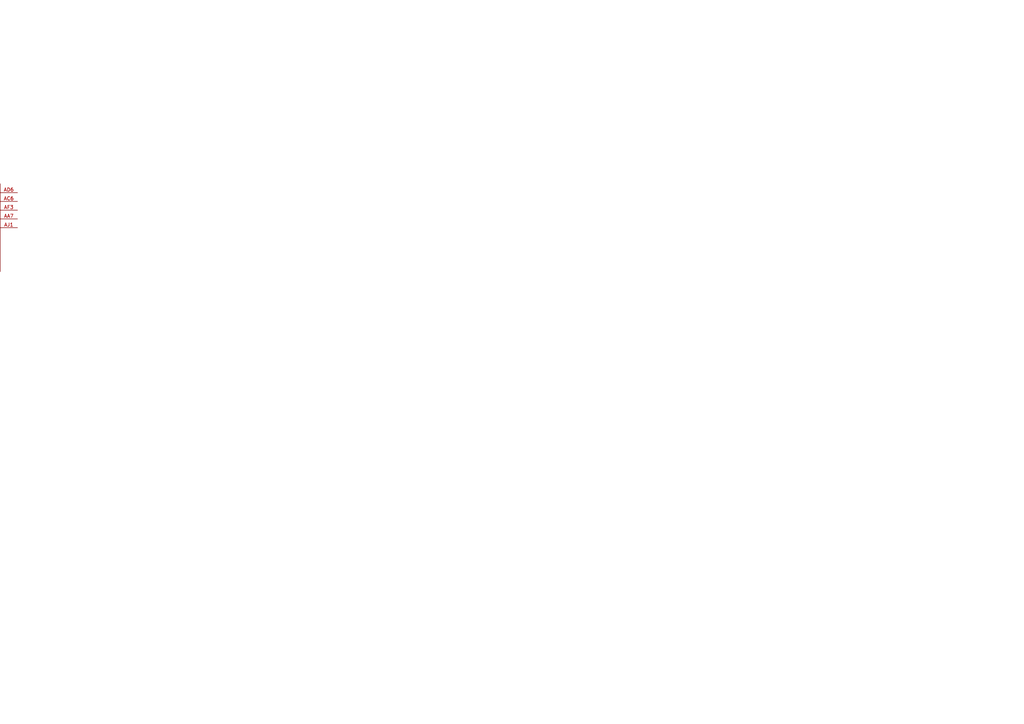
<source format=kicad_sch>
(kicad_sch (version 20231120) (generator "eeschema") (generator_version "8.0")
  (paper "A4")
  (lib_symbols
    (symbol "RK3399:RK3399" (pin_names (offset 1.016))
      (property "Reference" "U" (at -20.9845 122.432 0))
      (property "Value" "RK3399" (at -21.0083 -119.274 0))
      (symbol "RK3399_1_0"
        (text "Internal Logic Ground and Digital IO Groung" (at -20.4659 119.662 0) (effects (font (size 1.7823 1.7823)) (justify left bottom)))
        (pin power_in line (at -25.4 114.3 0) (length 5.08) (name "VSS_1") (number "A1"))
        (pin power_in line (at -25.4 111.76 0) (length 5.08) (name "VSS_2") (number "A27"))
        (pin power_in line (at -25.4 109.22 0) (length 5.08) (name "VSS_3") (number "A31"))
        (pin power_in line (at 25.4 -109.22 180) (length 5.08) (name "VSS_179") (number "AA10"))
        (pin power_in line (at 25.4 -104.14 180) (length 5.08) (name "VSS_177") (number "AA13"))
        (pin power_in line (at -25.4 106.68 0) (length 5.08) (name "VSS_4") (number "AA3"))
        (pin power_in line (at -25.4 104.14 0) (length 5.08) (name "VSS_5") (number "AA5"))
        (pin power_in line (at -25.4 101.6 0) (length 5.08) (name "VSS_6") (number "AA9"))
        (pin power_in line (at 25.4 -10.16 180) (length 5.08) (name "VSS_140") (number "AB19"))
        (pin power_in line (at -25.4 93.98 0) (length 5.08) (name "VSS_9") (number "AB9"))
        (pin power_in line (at 25.4 -22.86 180) (length 5.08) (name "VSS_145") (number "AC18"))
        (pin power_in line (at -25.4 83.82 0) (length 5.08) (name "VSS_13") (number "AC20"))
        (pin power_in line (at 25.4 10.16 180) (length 5.08) (name "VSS_132") (number "AC21"))
        (pin power_in line (at -25.4 86.36 0) (length 5.08) (name "VSS_12") (number "AC22"))
        (pin power_in line (at -25.4 76.2 0) (length 5.08) (name "VSS_16") (number "AC3"))
        (pin power_in line (at -25.4 68.58 0) (length 5.08) (name "VSS_19") (number "AD10"))
        (pin power_in line (at 25.4 -68.58 180) (length 5.08) (name "VSS_163") (number "AD21"))
        (pin power_in line (at -25.4 88.9 0) (length 5.08) (name "VSS_11") (number "AD22"))
        (pin power_in line (at -25.4 73.66 0) (length 5.08) (name "VSS_17") (number "AD3"))
        (pin power_in line (at -25.4 71.12 0) (length 5.08) (name "VSS_18") (number "AD5"))
        (pin power_in line (at -25.4 81.28 0) (length 5.08) (name "VSS_14") (number "AE23"))
        (pin power_in line (at -25.4 99.06 0) (length 5.08) (name "VSS_7") (number "AF18"))
        (pin power_in line (at -25.4 91.44 0) (length 5.08) (name "VSS_10") (number "AF20"))
        (pin power_in line (at -25.4 66.04 0) (length 5.08) (name "VSS_20") (number "AF9"))
        (pin power_in line (at -25.4 63.5 0) (length 5.08) (name "VSS_21") (number "AG2"))
        (pin power_in line (at 25.4 -111.76 180) (length 5.08) (name "VSS_180") (number "AJ20"))
        (pin power_in line (at 25.4 -91.44 180) (length 5.08) (name "VSS_172") (number "AJ21"))
        (pin power_in line (at 25.4 -93.98 180) (length 5.08) (name "VSS_173") (number "AJ23"))
        (pin power_in line (at 25.4 -96.52 180) (length 5.08) (name "VSS_174") (number "AJ24"))
        (pin power_in line (at 25.4 -99.06 180) (length 5.08) (name "VSS_175") (number "AJ26"))
        (pin power_in line (at 25.4 -101.6 180) (length 5.08) (name "VSS_176") (number "AJ27"))
        (pin power_in line (at 25.4 -88.9 180) (length 5.08) (name "VSS_171") (number "AJ28"))
        (pin power_in line (at -25.4 60.96 0) (length 5.08) (name "VSS_22") (number "AJ5"))
        (pin power_in line (at -25.4 58.42 0) (length 5.08) (name "VSS_23") (number "AL1"))
        (pin power_in line (at 25.4 -106.68 180) (length 5.08) (name "VSS_178") (number "AL31"))
        (pin power_in line (at -25.4 55.88 0) (length 5.08) (name "VSS_24") (number "B5"))
        (pin power_in line (at -25.4 48.26 0) (length 5.08) (name "VSS_27") (number "C11"))
        (pin power_in line (at -25.4 45.72 0) (length 5.08) (name "VSS_28") (number "C12"))
        (pin power_in line (at -25.4 43.18 0) (length 5.08) (name "VSS_29") (number "C14"))
        (pin power_in line (at -25.4 40.64 0) (length 5.08) (name "VSS_30") (number "C15"))
        (pin power_in line (at -25.4 38.1 0) (length 5.08) (name "VSS_31") (number "C17"))
        (pin power_in line (at -25.4 35.56 0) (length 5.08) (name "VSS_32") (number "C18"))
        (pin power_in line (at -25.4 33.02 0) (length 5.08) (name "VSS_33") (number "C20"))
        (pin power_in line (at -25.4 30.48 0) (length 5.08) (name "VSS_34") (number "C21"))
        (pin power_in line (at -25.4 27.94 0) (length 5.08) (name "VSS_35") (number "C23"))
        (pin power_in line (at -25.4 25.4 0) (length 5.08) (name "VSS_36") (number "C24"))
        (pin power_in line (at -25.4 22.86 0) (length 5.08) (name "VSS_37") (number "C26"))
        (pin power_in line (at -25.4 53.34 0) (length 5.08) (name "VSS_25") (number "C8"))
        (pin power_in line (at -25.4 50.8 0) (length 5.08) (name "VSS_26") (number "C9"))
        (pin power_in line (at -25.4 20.32 0) (length 5.08) (name "VSS_38") (number "D5"))
        (pin power_in line (at -25.4 10.16 0) (length 5.08) (name "VSS_42") (number "E12"))
        (pin power_in line (at -25.4 7.62 0) (length 5.08) (name "VSS_43") (number "E15"))
        (pin power_in line (at -25.4 5.08 0) (length 5.08) (name "VSS_44") (number "E18"))
        (pin power_in line (at -25.4 17.78 0) (length 5.08) (name "VSS_39") (number "E2"))
        (pin power_in line (at -25.4 2.54 0) (length 5.08) (name "VSS_45") (number "E21"))
        (pin power_in line (at -25.4 0 0) (length 5.08) (name "VSS_46") (number "E24"))
        (pin power_in line (at -25.4 -2.54 0) (length 5.08) (name "VSS_47") (number "E31"))
        (pin power_in line (at -25.4 15.24 0) (length 5.08) (name "VSS_40") (number "E4"))
        (pin power_in line (at -25.4 12.7 0) (length 5.08) (name "VSS_41") (number "E7"))
        (pin power_in line (at -25.4 -7.62 0) (length 5.08) (name "VSS_49") (number "F15"))
        (pin power_in line (at -25.4 -10.16 0) (length 5.08) (name "VSS_50") (number "F18"))
        (pin power_in line (at -25.4 -12.7 0) (length 5.08) (name "VSS_51") (number "F20"))
        (pin power_in line (at -25.4 -15.24 0) (length 5.08) (name "VSS_52") (number "F21"))
        (pin power_in line (at -25.4 -5.08 0) (length 5.08) (name "VSS_48") (number "F8"))
        (pin power_in line (at -25.4 -22.86 0) (length 5.08) (name "VSS_55") (number "G18"))
        (pin power_in line (at -25.4 -25.4 0) (length 5.08) (name "VSS_56") (number "G27"))
        (pin power_in line (at -25.4 -17.78 0) (length 5.08) (name "VSS_53") (number "G5"))
        (pin power_in line (at -25.4 -20.32 0) (length 5.08) (name "VSS_54") (number "G9"))
        (pin power_in line (at -25.4 -33.02 0) (length 5.08) (name "VSS_59") (number "H10"))
        (pin power_in line (at -25.4 -35.56 0) (length 5.08) (name "VSS_60") (number "H11"))
        (pin power_in line (at -25.4 -38.1 0) (length 5.08) (name "VSS_61") (number "H12"))
        (pin power_in line (at -25.4 -40.64 0) (length 5.08) (name "VSS_62") (number "H13"))
        (pin power_in line (at -25.4 -43.18 0) (length 5.08) (name "VSS_63") (number "H15"))
        (pin power_in line (at -25.4 -45.72 0) (length 5.08) (name "VSS_64") (number "H16"))
        (pin power_in line (at -25.4 -48.26 0) (length 5.08) (name "VSS_65") (number "H17"))
        (pin power_in line (at -25.4 -50.8 0) (length 5.08) (name "VSS_66") (number "H18"))
        (pin power_in line (at -25.4 -53.34 0) (length 5.08) (name "VSS_67") (number "H26"))
        (pin power_in line (at -25.4 -27.94 0) (length 5.08) (name "VSS_57") (number "H3"))
        (pin power_in line (at -25.4 -30.48 0) (length 5.08) (name "VSS_58") (number "H9"))
        (pin power_in line (at -25.4 -68.58 0) (length 5.08) (name "VSS_73") (number "J10"))
        (pin power_in line (at -25.4 -55.88 0) (length 5.08) (name "VSS_68") (number "J3"))
        (pin power_in line (at -25.4 -58.42 0) (length 5.08) (name "VSS_69") (number "J6"))
        (pin power_in line (at -25.4 -60.96 0) (length 5.08) (name "VSS_70") (number "J7"))
        (pin power_in line (at -25.4 -63.5 0) (length 5.08) (name "VSS_71") (number "J8"))
        (pin power_in line (at -25.4 -66.04 0) (length 5.08) (name "VSS_72") (number "J9"))
        (pin power_in line (at -25.4 -76.2 0) (length 5.08) (name "VSS_76") (number "K10"))
        (pin power_in line (at -25.4 -78.74 0) (length 5.08) (name "VSS_77") (number "K12"))
        (pin power_in line (at -25.4 -81.28 0) (length 5.08) (name "VSS_78") (number "K14"))
        (pin power_in line (at -25.4 -83.82 0) (length 5.08) (name "VSS_79") (number "K16"))
        (pin power_in line (at -25.4 -86.36 0) (length 5.08) (name "VSS_80") (number "K18"))
        (pin power_in line (at -25.4 -91.44 0) (length 5.08) (name "VSS_82") (number "K20"))
        (pin power_in line (at -25.4 -96.52 0) (length 5.08) (name "VSS_84") (number "K22"))
        (pin power_in line (at -25.4 -71.12 0) (length 5.08) (name "VSS_74") (number "K8"))
        (pin power_in line (at -25.4 -73.66 0) (length 5.08) (name "VSS_75") (number "K9"))
        (pin power_in line (at -25.4 -106.68 0) (length 5.08) (name "VSS_88") (number "L11"))
        (pin power_in line (at -25.4 -109.22 0) (length 5.08) (name "VSS_89") (number "L12"))
        (pin power_in line (at -25.4 -111.76 0) (length 5.08) (name "VSS_90") (number "L13"))
        (pin power_in line (at 25.4 114.3 180) (length 5.08) (name "VSS_91") (number "L14"))
        (pin power_in line (at 25.4 111.76 180) (length 5.08) (name "VSS_92") (number "L15"))
        (pin power_in line (at 25.4 109.22 180) (length 5.08) (name "VSS_93") (number "L16"))
        (pin power_in line (at 25.4 101.6 180) (length 5.08) (name "VSS_96") (number "L20"))
        (pin power_in line (at 25.4 99.06 180) (length 5.08) (name "VSS_97") (number "L22"))
        (pin power_in line (at 25.4 93.98 180) (length 5.08) (name "VSS_99") (number "L27"))
        (pin power_in line (at -25.4 -99.06 0) (length 5.08) (name "VSS_85") (number "L3"))
        (pin power_in line (at -25.4 -101.6 0) (length 5.08) (name "VSS_86") (number "L6"))
        (pin power_in line (at -25.4 -104.14 0) (length 5.08) (name "VSS_87") (number "L8"))
        (pin power_in line (at 25.4 86.36 180) (length 5.08) (name "VSS_102") (number "M10"))
        (pin power_in line (at 25.4 83.82 180) (length 5.08) (name "VSS_103") (number "M16"))
        (pin power_in line (at 25.4 81.28 180) (length 5.08) (name "VSS_104") (number "M23"))
        (pin power_in line (at 25.4 91.44 180) (length 5.08) (name "VSS_100") (number "M3"))
        (pin power_in line (at 25.4 88.9 180) (length 5.08) (name "VSS_101") (number "M8"))
        (pin power_in line (at 25.4 71.12 180) (length 5.08) (name "VSS_108") (number "N13"))
        (pin power_in line (at 25.4 68.58 180) (length 5.08) (name "VSS_109") (number "N14"))
        (pin power_in line (at 25.4 66.04 180) (length 5.08) (name "VSS_110") (number "N15"))
        (pin power_in line (at 25.4 63.5 180) (length 5.08) (name "VSS_111") (number "N16"))
        (pin power_in line (at 25.4 106.68 180) (length 5.08) (name "VSS_94") (number "N17"))
        (pin power_in line (at -25.4 -93.98 0) (length 5.08) (name "VSS_83") (number "N19"))
        (pin power_in line (at 25.4 96.52 180) (length 5.08) (name "VSS_98") (number "N21"))
        (pin power_in line (at 25.4 78.74 180) (length 5.08) (name "VSS_105") (number "N8"))
        (pin power_in line (at 25.4 50.8 180) (length 5.08) (name "VSS_116") (number "P10"))
        (pin power_in line (at 25.4 76.2 180) (length 5.08) (name "VSS_106") (number "P11"))
        (pin power_in line (at 25.4 73.66 180) (length 5.08) (name "VSS_107") (number "P12"))
        (pin power_in line (at 25.4 48.26 180) (length 5.08) (name "VSS_117") (number "P16"))
        (pin power_in line (at 25.4 43.18 180) (length 5.08) (name "VSS_119") (number "P19"))
        (pin power_in line (at 25.4 38.1 180) (length 5.08) (name "VSS_121") (number "P21"))
        (pin power_in line (at 25.4 60.96 180) (length 5.08) (name "VSS_112") (number "P3"))
        (pin power_in line (at 25.4 58.42 180) (length 5.08) (name "VSS_113") (number "P6"))
        (pin power_in line (at 25.4 55.88 180) (length 5.08) (name "VSS_114") (number "P7"))
        (pin power_in line (at 25.4 53.34 180) (length 5.08) (name "VSS_115") (number "P8"))
        (pin power_in line (at 25.4 17.78 180) (length 5.08) (name "VSS_129") (number "R14"))
        (pin power_in line (at 25.4 15.24 180) (length 5.08) (name "VSS_130") (number "R15"))
        (pin power_in line (at 25.4 12.7 180) (length 5.08) (name "VSS_131") (number "R16"))
        (pin power_in line (at 25.4 -73.66 180) (length 5.08) (name "VSS_165") (number "R18"))
        (pin power_in line (at 25.4 40.64 180) (length 5.08) (name "VSS_120") (number "R21"))
        (pin power_in line (at 25.4 7.62 180) (length 5.08) (name "VSS_133") (number "R23"))
        (pin power_in line (at 25.4 33.02 180) (length 5.08) (name "VSS_123") (number "R3"))
        (pin power_in line (at 25.4 30.48 180) (length 5.08) (name "VSS_124") (number "R5"))
        (pin power_in line (at 25.4 27.94 180) (length 5.08) (name "VSS_125") (number "R6"))
        (pin power_in line (at 25.4 2.54 180) (length 5.08) (name "VSS_135") (number "T10"))
        (pin power_in line (at 25.4 -5.08 180) (length 5.08) (name "VSS_138") (number "T16"))
        (pin power_in line (at 25.4 -81.28 180) (length 5.08) (name "VSS_168") (number "T18"))
        (pin power_in line (at 25.4 35.56 180) (length 5.08) (name "VSS_122") (number "T19"))
        (pin power_in line (at 25.4 -7.62 180) (length 5.08) (name "VSS_139") (number "T21"))
        (pin power_in line (at 25.4 5.08 180) (length 5.08) (name "VSS_134") (number "T8"))
        (pin power_in line (at 25.4 25.4 180) (length 5.08) (name "VSS_126") (number "U11"))
        (pin power_in line (at 25.4 22.86 180) (length 5.08) (name "VSS_127") (number "U12"))
        (pin power_in line (at 25.4 -2.54 180) (length 5.08) (name "VSS_137") (number "U14"))
        (pin power_in line (at 25.4 -17.78 180) (length 5.08) (name "VSS_143") (number "U15"))
        (pin power_in line (at 25.4 -20.32 180) (length 5.08) (name "VSS_144") (number "U16"))
        (pin power_in line (at 25.4 -25.4 180) (length 5.08) (name "VSS_146") (number "U19"))
        (pin power_in line (at 25.4 -27.94 180) (length 5.08) (name "VSS_147") (number "U21"))
        (pin power_in line (at 25.4 -33.02 180) (length 5.08) (name "VSS_149") (number "U22"))
        (pin power_in line (at 25.4 -35.56 180) (length 5.08) (name "VSS_150") (number "U29"))
        (pin power_in line (at 25.4 -12.7 180) (length 5.08) (name "VSS_141") (number "U3"))
        (pin power_in line (at 25.4 -15.24 180) (length 5.08) (name "VSS_142") (number "U8"))
        (pin power_in line (at 25.4 -45.72 180) (length 5.08) (name "VSS_154") (number "V10"))
        (pin power_in line (at 25.4 -30.48 180) (length 5.08) (name "VSS_148") (number "V17"))
        (pin power_in line (at 25.4 -38.1 180) (length 5.08) (name "VSS_151") (number "V3"))
        (pin power_in line (at 25.4 -40.64 180) (length 5.08) (name "VSS_152") (number "V5"))
        (pin power_in line (at 25.4 -43.18 180) (length 5.08) (name "VSS_153") (number "V8"))
        (pin power_in line (at 25.4 20.32 180) (length 5.08) (name "VSS_128") (number "W13"))
        (pin power_in line (at 25.4 -58.42 180) (length 5.08) (name "VSS_159") (number "W17"))
        (pin power_in line (at 25.4 -83.82 180) (length 5.08) (name "VSS_169") (number "W18"))
        (pin power_in line (at 25.4 -78.74 180) (length 5.08) (name "VSS_167") (number "W19"))
        (pin power_in line (at -25.4 -88.9 0) (length 5.08) (name "VSS_81") (number "W21"))
        (pin power_in line (at 25.4 -55.88 180) (length 5.08) (name "VSS_158") (number "W22"))
        (pin power_in line (at 25.4 -60.96 180) (length 5.08) (name "VSS_160") (number "W30"))
        (pin power_in line (at 25.4 -63.5 180) (length 5.08) (name "VSS_161") (number "W8"))
        (pin power_in line (at 25.4 -66.04 180) (length 5.08) (name "VSS_162") (number "W9"))
        (pin power_in line (at -25.4 78.74 0) (length 5.08) (name "VSS_15") (number "Y10"))
        (pin power_in line (at 25.4 -48.26 180) (length 5.08) (name "VSS_155") (number "Y11"))
        (pin power_in line (at 25.4 0 180) (length 5.08) (name "VSS_136") (number "Y12"))
        (pin power_in line (at 25.4 -71.12 180) (length 5.08) (name "VSS_164") (number "Y13"))
        (pin power_in line (at 25.4 -50.8 180) (length 5.08) (name "VSS_156") (number "Y14"))
        (pin power_in line (at 25.4 -53.34 180) (length 5.08) (name "VSS_157") (number "Y15"))
        (pin power_in line (at 25.4 45.72 180) (length 5.08) (name "VSS_118") (number "Y16"))
        (pin power_in line (at 25.4 104.14 180) (length 5.08) (name "VSS_95") (number "Y17"))
        (pin power_in line (at 25.4 -86.36 180) (length 5.08) (name "VSS_170") (number "Y20"))
        (pin power_in line (at -25.4 96.52 0) (length 5.08) (name "VSS_8") (number "Y3"))
        (pin power_in line (at 25.4 -76.2 180) (length 5.08) (name "VSS_166") (number "Y9"))
      )
      (symbol "RK3399_2_0"
        (text "Analog Groung" (at -15.3236 48.4013 0) (effects (font (size 1.784 1.784)) (justify left bottom)))
        (pin power_in line (at -20.32 12.7 0) (length 5.08) (name "AVSS_13") (number "AA11"))
        (pin power_in line (at -20.32 2.54 0) (length 5.08) (name "AVSS_17") (number "AA12"))
        (pin power_in line (at -20.32 -20.32 0) (length 5.08) (name "AVSS_26") (number "AA14"))
        (pin power_in line (at 17.78 0 180) (length 5.08) (name "AVSS_53") (number "AA15"))
        (pin power_in line (at -20.32 35.56 0) (length 5.08) (name "AVSS_4") (number "AA23"))
        (pin power_in line (at -20.32 30.48 0) (length 5.08) (name "AVSS_6") (number "AA26"))
        (pin power_in line (at -20.32 27.94 0) (length 5.08) (name "AVSS_7") (number "AA29"))
        (pin power_in line (at -20.32 15.24 0) (length 5.08) (name "AVSS_12") (number "AB10"))
        (pin power_in line (at -20.32 25.4 0) (length 5.08) (name "AVSS_8") (number "AB11"))
        (pin power_in line (at -20.32 22.86 0) (length 5.08) (name "AVSS_9") (number "AB13"))
        (pin power_in line (at 17.78 27.94 180) (length 5.08) (name "AVSS_42") (number "AB15"))
        (pin power_in line (at 17.78 30.48 180) (length 5.08) (name "AVSS_41") (number "AB16"))
        (pin power_in line (at 17.78 2.54 180) (length 5.08) (name "AVSS_52") (number "AB17"))
        (pin power_in line (at -20.32 33.02 0) (length 5.08) (name "AVSS_5") (number "AB23"))
        (pin power_in line (at 17.78 22.86 180) (length 5.08) (name "AVSS_44") (number "AC11"))
        (pin power_in line (at 17.78 20.32 180) (length 5.08) (name "AVSS_45") (number "AC13"))
        (pin power_in line (at -20.32 20.32 0) (length 5.08) (name "AVSS_10") (number "AC15"))
        (pin power_in line (at -20.32 0 0) (length 5.08) (name "AVSS_18") (number "AC16"))
        (pin power_in line (at 17.78 25.4 180) (length 5.08) (name "AVSS_43") (number "AC17"))
        (pin power_in line (at -20.32 -2.54 0) (length 5.08) (name "AVSS_19") (number "AC23"))
        (pin power_in line (at 17.78 5.08 180) (length 5.08) (name "AVSS_51") (number "AC25"))
        (pin power_in line (at -20.32 10.16 0) (length 5.08) (name "AVSS_14") (number "AC26"))
        (pin power_in line (at -20.32 7.62 0) (length 5.08) (name "AVSS_15") (number "AC29"))
        (pin power_in line (at -20.32 17.78 0) (length 5.08) (name "AVSS_11") (number "AD13"))
        (pin power_in line (at -20.32 5.08 0) (length 5.08) (name "AVSS_16") (number "AD17"))
        (pin power_in line (at 17.78 33.02 180) (length 5.08) (name "AVSS_40") (number "AD26"))
        (pin power_in line (at -20.32 -5.08 0) (length 5.08) (name "AVSS_20") (number "AD29"))
        (pin power_in line (at -20.32 -7.62 0) (length 5.08) (name "AVSS_21") (number "AE11"))
        (pin power_in line (at -20.32 -10.16 0) (length 5.08) (name "AVSS_22") (number "AE12"))
        (pin power_in line (at -20.32 -12.7 0) (length 5.08) (name "AVSS_23") (number "AE14"))
        (pin power_in line (at -20.32 -15.24 0) (length 5.08) (name "AVSS_24") (number "AE17"))
        (pin power_in line (at -20.32 -17.78 0) (length 5.08) (name "AVSS_25") (number "AE27"))
        (pin power_in line (at -20.32 -22.86 0) (length 5.08) (name "AVSS_27") (number "AF17"))
        (pin power_in line (at -20.32 40.64 0) (length 5.08) (name "AVSS_2") (number "AF23"))
        (pin power_in line (at -20.32 38.1 0) (length 5.08) (name "AVSS_3") (number "AF24"))
        (pin power_in line (at -20.32 -25.4 0) (length 5.08) (name "AVSS_28") (number "AF29"))
        (pin power_in line (at -20.32 -27.94 0) (length 5.08) (name "AVSS_29") (number "AG29"))
        (pin power_in line (at -20.32 -30.48 0) (length 5.08) (name "AVSS_30") (number "AH29"))
        (pin power_in line (at -20.32 -40.64 0) (length 5.08) (name "AVSS_34") (number "AJ11"))
        (pin power_in line (at -20.32 -43.18 0) (length 5.08) (name "AVSS_35") (number "AJ12"))
        (pin power_in line (at 17.78 43.18 180) (length 5.08) (name "AVSS_36") (number "AJ14"))
        (pin power_in line (at 17.78 40.64 180) (length 5.08) (name "AVSS_37") (number "AJ15"))
        (pin power_in line (at 17.78 38.1 180) (length 5.08) (name "AVSS_38") (number "AJ17"))
        (pin power_in line (at 17.78 35.56 180) (length 5.08) (name "AVSS_39") (number "AJ18"))
        (pin power_in line (at 17.78 15.24 180) (length 5.08) (name "AVSS_47") (number "AJ29"))
        (pin power_in line (at -20.32 -33.02 0) (length 5.08) (name "AVSS_31") (number "AJ6"))
        (pin power_in line (at -20.32 -35.56 0) (length 5.08) (name "AVSS_32") (number "AJ8"))
        (pin power_in line (at -20.32 -38.1 0) (length 5.08) (name "AVSS_33") (number "AJ9"))
        (pin power_in line (at 17.78 -7.62 180) (length 5.08) (name "EDP_AVSS_1") (number "B31"))
        (pin power_in line (at 17.78 -10.16 180) (length 5.08) (name "EDP_AVSS_2") (number "C28"))
        (pin power_in line (at 17.78 -12.7 180) (length 5.08) (name "EDP_AVSS_3") (number "C29"))
        (pin power_in line (at 17.78 -15.24 180) (length 5.08) (name "EDP_AVSS_4") (number "D29"))
        (pin power_in line (at 17.78 -17.78 180) (length 5.08) (name "EDP_AVSS_5") (number "H19"))
        (pin power_in line (at 17.78 -20.32 180) (length 5.08) (name "EDP_AVSS_6") (number "J21"))
        (pin power_in line (at 17.78 -30.48 180) (length 5.08) (name "PLL_AVSS") (number "P17"))
        (pin power_in line (at 17.78 10.16 180) (length 5.08) (name "AVSS_49") (number "U23"))
        (pin power_in line (at 17.78 7.62 180) (length 5.08) (name "AVSS_50") (number "V23"))
        (pin power_in line (at 17.78 17.78 180) (length 5.08) (name "AVSS_46") (number "W23"))
        (pin power_in line (at -20.32 43.18 0) (length 5.08) (name "AVSS_1") (number "Y23"))
        (pin power_in line (at 17.78 12.7 180) (length 5.08) (name "AVSS_48") (number "Y29"))
      )
      (symbol "RK3399_3_0"
        (text "Internal Center Logic Power" (at -28.0022 15.2819 0) (effects (font (size 1.7808 1.7808)) (justify left bottom)))
        (pin power_in line (at -33.02 10.16 0) (length 5.08) (name "CENTERLOGIC_VDD_1") (number "M11"))
        (pin power_in line (at -33.02 5.08 0) (length 5.08) (name "CENTERLOGIC_VDD_2") (number "M12"))
        (pin power_in line (at -33.02 0 0) (length 5.08) (name "CENTERLOGIC_VDD_3") (number "M13"))
        (pin power_in line (at -33.02 -5.08 0) (length 5.08) (name "CENTERLOGIC_VDD_4") (number "M14"))
        (pin power_in line (at -33.02 -10.16 0) (length 5.08) (name "CENTERLOGIC_VDD_5") (number "M15"))
        (pin power_in line (at 33.02 10.16 180) (length 5.08) (name "CENTERLOGIC_VDD_6") (number "N11"))
        (pin power_in line (at 33.02 5.08 180) (length 5.08) (name "CENTERLOGIC_VDD_7") (number "N12"))
        (pin power_in line (at 33.02 0 180) (length 5.08) (name "CENTERLOGIC_VDD_8") (number "P13"))
        (pin power_in line (at 33.02 -5.08 180) (length 5.08) (name "CENTERLOGIC_VDD_9") (number "P14"))
        (pin power_in line (at 33.02 -10.16 180) (length 5.08) (name "CENTERLOGIC_VDD_10") (number "P15"))
      )
      (symbol "RK3399_4_0"
        (text "Internal GPU Power" (at -17.8724 28.0417 0) (effects (font (size 1.7843 1.7843)) (justify left bottom)))
        (pin power_in line (at -22.86 -10.16 0) (length 5.08) (name "GPU_VDD_8") (number "R11"))
        (pin power_in line (at -22.86 -15.24 0) (length 5.08) (name "GPU_VDD_9") (number "R12"))
        (pin power_in line (at 22.86 15.24 180) (length 5.08) (name "GPU_VDD_13") (number "R13"))
        (pin power_in line (at -22.86 -20.32 0) (length 5.08) (name "GPU_VDD_10") (number "T11"))
        (pin power_in line (at 22.86 25.4 180) (length 5.08) (name "GPU_VDD_11") (number "T12"))
        (pin power_in line (at 22.86 20.32 180) (length 5.08) (name "GPU_VDD_12") (number "T13"))
        (pin power_in line (at 22.86 10.16 180) (length 5.08) (name "GPU_VDD_14") (number "T14"))
        (pin power_in line (at -22.86 -25.4 0) (length 5.08) (name "GPU_VDD_COM") (number "T15"))
        (pin power_in line (at -22.86 -5.08 0) (length 5.08) (name "GPU_VDD_7") (number "U13"))
        (pin power_in line (at 22.86 5.08 180) (length 5.08) (name "GPU_VDD_15") (number "V11"))
        (pin power_in line (at 22.86 0 180) (length 5.08) (name "GPU_VDD_16") (number "V12"))
        (pin power_in line (at -22.86 0 0) (length 5.08) (name "GPU_VDD_6") (number "V13"))
        (pin power_in line (at -22.86 5.08 0) (length 5.08) (name "GPU_VDD_5") (number "V14"))
        (pin power_in line (at -22.86 10.16 0) (length 5.08) (name "GPU_VDD_4") (number "V15"))
        (pin power_in line (at 22.86 -5.08 180) (length 5.08) (name "GPU_VDD_17") (number "V16"))
        (pin power_in line (at 22.86 -20.32 180) (length 5.08) (name "GPU_VDD_20") (number "W10"))
        (pin power_in line (at -22.86 25.4 0) (length 5.08) (name "GPU_VDD_1") (number "W11"))
        (pin power_in line (at -22.86 20.32 0) (length 5.08) (name "GPU_VDD_2") (number "W12"))
        (pin power_in line (at -22.86 15.24 0) (length 5.08) (name "GPU_VDD_3") (number "W14"))
        (pin power_in line (at 22.86 -15.24 180) (length 5.08) (name "GPU_VDD_19") (number "W15"))
        (pin power_in line (at 22.86 -10.16 180) (length 5.08) (name "GPU_VDD_18") (number "W16"))
      )
      (symbol "RK3399_5_0"
        (text "Internal BIG CPU A72 Power" (at -20.4112 17.8514 0) (effects (font (size 1.7837 1.7837)) (justify left bottom)))
        (pin power_in line (at 25.4 -5.08 180) (length 5.08) (name "BIGCPU_VDD_12") (number "K19"))
        (pin power_in line (at 25.4 -10.16 180) (length 5.08) (name "BIGCPU_VDD_13") (number "K21"))
        (pin power_in line (at 25.4 15.24 180) (length 5.08) (name "BIGCPU_VDD_8") (number "L18"))
        (pin power_in line (at -25.4 15.24 0) (length 5.08) (name "BIGCPU_VDD_1") (number "L19"))
        (pin power_in line (at -25.4 10.16 0) (length 5.08) (name "BIGCPU_VDD_2") (number "L21"))
        (pin power_in line (at 25.4 0 180) (length 5.08) (name "BIGCPU_VDD_11") (number "L23"))
        (pin power_in line (at -25.4 5.08 0) (length 5.08) (name "BIGCPU_VDD_3") (number "M18"))
        (pin power_in line (at -25.4 0 0) (length 5.08) (name "BIGCPU_VDD_4") (number "M19"))
        (pin power_in line (at -25.4 -5.08 0) (length 5.08) (name "BIGCPU_VDD_5") (number "M20"))
        (pin power_in line (at -25.4 -10.16 0) (length 5.08) (name "BIGCPU_VDD_6") (number "M21"))
        (pin power_in line (at -25.4 -15.24 0) (length 5.08) (name "BIGCPU_VDD_7") (number "M22"))
        (pin power_in line (at 25.4 -17.78 180) (length 5.08) (name "BIGCPU_VDD_COM") (number "N18"))
        (pin power_in line (at 25.4 5.08 180) (length 5.08) (name "BIGCPU_VDD_10") (number "N20"))
        (pin power_in line (at 25.4 10.16 180) (length 5.08) (name "BIGCPU_VDD_9") (number "N22"))
      )
      (symbol "RK3399_6_0"
        (text "Internal Logic Power" (at -20.413 10.2168 0) (effects (font (size 1.7838 1.7838)) (justify left bottom)))
        (pin power_in line (at 25.4 2.54 180) (length 5.08) (name "LOGIC_VDD_10") (number "L17"))
        (pin power_in line (at 25.4 5.08 180) (length 5.08) (name "LOGIC_VDD_9") (number "M17"))
        (pin power_in line (at 25.4 0 180) (length 5.08) (name "LOGIC_VDD_11") (number "T17"))
        (pin power_in line (at 25.4 7.62 180) (length 5.08) (name "LOGIC_VDD_8") (number "U17"))
        (pin power_in line (at -25.4 -7.62 0) (length 5.08) (name "LOGIC_VDD_7") (number "U18"))
        (pin power_in line (at 25.4 -2.54 180) (length 5.08) (name "LOGIC_VDD_12") (number "U20"))
        (pin power_in line (at -25.4 -2.54 0) (length 5.08) (name "LOGIC_VDD_5") (number "V18"))
        (pin power_in line (at -25.4 0 0) (length 5.08) (name "LOGIC_VDD_4") (number "V19"))
        (pin power_in line (at -25.4 2.54 0) (length 5.08) (name "LOGIC_VDD_3") (number "V20"))
        (pin power_in line (at -25.4 5.08 0) (length 5.08) (name "LOGIC_VDD_2") (number "V21"))
        (pin power_in line (at -25.4 7.62 0) (length 5.08) (name "LOGIC_VDD_1") (number "V22"))
        (pin power_in line (at -25.4 -5.08 0) (length 5.08) (name "LOGIC_VDD_6") (number "W20"))
      )
      (symbol "RK3399_7_0"
        (text "Internal LITTLE CPU A53 Power" (at -20.4095 10.2151 0) (effects (font (size 1.7835 1.7835)) (justify left bottom)))
        (pin power_in line (at -25.4 7.62 0) (length 5.08) (name "LITCPU_VDD_1") (number "P20"))
        (pin power_in line (at -25.4 -7.62 0) (length 5.08) (name "LITCPU_VDD_4") (number "P22"))
        (pin power_in line (at -25.4 2.54 0) (length 5.08) (name "LITCPU_VDD_2") (number "R19"))
        (pin power_in line (at -25.4 -2.54 0) (length 5.08) (name "LITCPU_VDD_3") (number "R20"))
        (pin power_in line (at 25.4 -2.54 180) (length 5.08) (name "LITCPU_VDD_7") (number "R22"))
        (pin power_in line (at 25.4 2.54 180) (length 5.08) (name "LITCPU_VDD_6") (number "T20"))
        (pin power_in line (at 25.4 7.62 180) (length 5.08) (name "LITCPU_VDD_5") (number "T22"))
      )
      (symbol "RK3399_8_0"
        (text "PCIe differential data I/O signals" (at -20.4082 22.9382 0) (effects (font (size 1.7834 1.7834)) (justify left bottom)))
        (pin output line (at 25.4 -2.54 180) (length 5.08) (name "PCIE_TX2_P") (number "AA27"))
        (pin output line (at 25.4 -5.08 180) (length 5.08) (name "PCIE_TX2_N") (number "AA28"))
        (pin input line (at -25.4 5.08 0) (length 5.08) (name "PCIE_RX2_P") (number "AC27"))
        (pin input line (at -25.4 2.54 0) (length 5.08) (name "PCIE_RX2_N") (number "AC28"))
        (pin output line (at 25.4 -10.16 180) (length 5.08) (name "PCIE_TX3_P") (number "AD27"))
        (pin output line (at 25.4 -12.7 180) (length 5.08) (name "PCIE_TX3_N") (number "AD28"))
        (pin output line (at 25.4 -17.78 180) (length 5.08) (name "PCIE_RCLK_100M_N") (number "AD30"))
        (pin output line (at 25.4 -20.32 180) (length 5.08) (name "PCIE_RCLK_100M_P") (number "AD31"))
        (pin output line (at 25.4 12.7 180) (length 5.08) (name "PCIE_TX0_P") (number "AE30"))
        (pin output line (at 25.4 10.16 180) (length 5.08) (name "PCIE_TX0_N") (number "AE31"))
        (pin input clock (at -25.4 -10.16 0) (length 5.08) (name "GPIO4_D0/PCIE_CLKREQNB") (number "AE6"))
        (pin input line (at -25.4 -2.54 0) (length 5.08) (name "PCIE_RX3_P") (number "AF27"))
        (pin input line (at -25.4 -5.08 0) (length 5.08) (name "PCIE_RX3_N") (number "AF28"))
        (pin input line (at -25.4 20.32 0) (length 5.08) (name "PCIE_RX0_P") (number "AF30"))
        (pin input line (at -25.4 17.78 0) (length 5.08) (name "PCIE_RX0_N") (number "AF31"))
        (pin output line (at 25.4 5.08 180) (length 5.08) (name "PCIE_TX1_P") (number "AG30"))
        (pin output line (at 25.4 2.54 180) (length 5.08) (name "PCIE_TX1_N") (number "AG31"))
        (pin input line (at -25.4 12.7 0) (length 5.08) (name "PCIE_RX1_P") (number "AH30"))
        (pin input line (at -25.4 10.16 0) (length 5.08) (name "PCIE_RX1_N") (number "AH31"))
        (pin power_in line (at 25.4 20.32 180) (length 5.08) (name "PCIE_AVDD_0V9") (number "W24"))
        (pin power_in line (at 25.4 17.78 180) (length 5.08) (name "PCIE_AVDD_1V8") (number "Y24"))
      )
      (symbol "RK3399_9_0"
        (text "DDRC0" (at -20.4006 73.8062 0) (effects (font (size 1.7827 1.7827)) (justify left bottom)))
        (pin bidirectional line (at -25.4 63.5 0) (length 5.08) (name "DDR0_DQ3") (number "AA1"))
        (pin bidirectional line (at -25.4 66.04 0) (length 5.08) (name "DDR0_DQ2") (number "AA2"))
        (pin bidirectional line (at -25.4 -17.78 0) (length 5.08) (name "DDR0_DQS0N") (number "AA4"))
        (pin bidirectional line (at -25.4 68.58 0) (length 5.08) (name "DDR0_DQ1") (number "AB1"))
        (pin bidirectional line (at -25.4 71.12 0) (length 5.08) (name "DDR0_DQ0") (number "AB2"))
        (pin bidirectional line (at -25.4 35.56 0) (length 5.08) (name "DDR0_DQ14") (number "AC1"))
        (pin bidirectional line (at -25.4 33.02 0) (length 5.08) (name "DDR0_DQ15") (number "AC2"))
        (pin bidirectional line (at -25.4 -20.32 0) (length 5.08) (name "DDR0_DQS1P") (number "AC4"))
        (pin output line (at 25.4 43.18 180) (length 5.08) (name "DDR0_DM1") (number "AC5"))
        (pin bidirectional line (at -25.4 38.1 0) (length 5.08) (name "DDR0_DQ13") (number "AD1"))
        (pin bidirectional line (at -25.4 43.18 0) (length 5.08) (name "DDR0_DQ11") (number "AD2"))
        (pin bidirectional line (at -25.4 -22.86 0) (length 5.08) (name "DDR0_DQS1N") (number "AD4"))
        (pin bidirectional line (at -25.4 40.64 0) (length 5.08) (name "DDR0_DQ12") (number "AE1"))
        (pin bidirectional line (at -25.4 48.26 0) (length 5.08) (name "DDR0_DQ9") (number "AE2"))
        (pin bidirectional line (at -25.4 45.72 0) (length 5.08) (name "DDR0_DQ10") (number "AF1"))
        (pin bidirectional line (at -25.4 50.8 0) (length 5.08) (name "DDR0_DQ8") (number "AF2"))
        (pin output line (at 25.4 30.48 180) (length 5.08) (name "DDR0_CSN1") (number "B1"))
        (pin output line (at 25.4 -7.62 180) (length 5.08) (name "DDR0_A12") (number "C1"))
        (pin output line (at 25.4 25.4 180) (length 5.08) (name "DDR0_CSN3") (number "C2"))
        (pin output line (at 25.4 -27.94 180) (length 5.08) (name "DDR0_BA0") (number "C3"))
        (pin output line (at 25.4 -2.54 180) (length 5.08) (name "DDR0_A10") (number "D1"))
        (pin output line (at 25.4 -10.16 180) (length 5.08) (name "DDR0_A13") (number "D2"))
        (pin output line (at 25.4 -12.7 180) (length 5.08) (name "DDR0_A14") (number "D3"))
        (pin output line (at 25.4 -60.96 180) (length 5.08) (name "DDR0_CKE0") (number "E1"))
        (pin output line (at 25.4 -5.08 180) (length 5.08) (name "DDR0_A11") (number "E3"))
        (pin output line (at 25.4 20.32 180) (length 5.08) (name "DDR0_A1") (number "F1"))
        (pin output line (at 25.4 22.86 180) (length 5.08) (name "DDR0_A0") (number "F2"))
        (pin output line (at 25.4 53.34 180) (length 5.08) (name "DDR0_RASN") (number "F3"))
        (pin output line (at 25.4 -30.48 180) (length 5.08) (name "DDR0_BA1") (number "F4"))
        (pin output line (at 25.4 -63.5 180) (length 5.08) (name "DDR0_CKE1") (number "F5"))
        (pin output line (at 25.4 17.78 180) (length 5.08) (name "DDR0_A2") (number "G1"))
        (pin output line (at 25.4 15.24 180) (length 5.08) (name "DDR0_A3") (number "G2"))
        (pin output line (at 25.4 -53.34 180) (length 5.08) (name "DDR0_WEN") (number "G6"))
        (pin output line (at 25.4 10.16 180) (length 5.08) (name "DDR0_A5") (number "H1"))
        (pin output line (at 25.4 12.7 180) (length 5.08) (name "DDR0_A4") (number "H2"))
        (pin output line (at 25.4 71.12 180) (length 5.08) (name "DDR0_CLK0P") (number "H4"))
        (pin output line (at 25.4 68.58 180) (length 5.08) (name "DDR0_CLK1P") (number "H5"))
        (pin output line (at 25.4 50.8 180) (length 5.08) (name "DDR0_CASN") (number "H6"))
        (pin output line (at 25.4 -15.24 180) (length 5.08) (name "DDR0_A15") (number "H7"))
        (pin output line (at 25.4 7.62 180) (length 5.08) (name "DDR0_A6") (number "J1"))
        (pin output line (at 25.4 5.08 180) (length 5.08) (name "DDR0_A7") (number "J2"))
        (pin output line (at 25.4 66.04 180) (length 5.08) (name "DDR0_CLK0N") (number "J4"))
        (pin output line (at 25.4 63.5 180) (length 5.08) (name "DDR0_CLK1N") (number "J5"))
        (pin output line (at 25.4 0 180) (length 5.08) (name "DDR0_A9") (number "K1"))
        (pin output line (at 25.4 2.54 180) (length 5.08) (name "DDR0_A8") (number "K2"))
        (pin bidirectional line (at -25.4 -2.54 0) (length 5.08) (name "DDR0_DQ29") (number "L1"))
        (pin power_in line (at -25.4 -66.04 0) (length 5.08) (name "DDR0_VDD_2") (number "L10"))
        (pin bidirectional line (at -25.4 -7.62 0) (length 5.08) (name "DDR0_DQ31") (number "L2"))
        (pin output line (at 25.4 -38.1 180) (length 5.08) (name "DDR0_ODT0") (number "L4"))
        (pin output line (at 25.4 -40.64 180) (length 5.08) (name "DDR0_ODT1") (number "L5"))
        (pin output line (at 25.4 58.42 180) (length 5.08) (name "DDR0_RESETN") (number "L7"))
        (pin power_in line (at -25.4 -63.5 0) (length 5.08) (name "DDR0_VDD_1") (number "L9"))
        (pin bidirectional line (at -25.4 2.54 0) (length 5.08) (name "DDR0_DQ27") (number "M1"))
        (pin bidirectional line (at -25.4 -5.08 0) (length 5.08) (name "DDR0_DQ30") (number "M2"))
        (pin output line (at 25.4 -33.02 180) (length 5.08) (name "DDR0_BA2") (number "M4"))
        (pin output line (at 25.4 27.94 180) (length 5.08) (name "DDR0_CSN2") (number "M5"))
        (pin output line (at 25.4 33.02 180) (length 5.08) (name "DDR0_CSN0") (number "M6"))
        (pin power_in line (at -25.4 -60.96 0) (length 5.08) (name "DDR0_CLK_VDD") (number "M7"))
        (pin power_in line (at -25.4 -68.58 0) (length 5.08) (name "DDR0_VDD_3") (number "M9"))
        (pin bidirectional line (at -25.4 5.08 0) (length 5.08) (name "DDR0_DQ26") (number "N1"))
        (pin power_in line (at -25.4 -73.66 0) (length 5.08) (name "DDR0_VDD_5") (number "N10"))
        (pin bidirectional line (at -25.4 0 0) (length 5.08) (name "DDR0_DQ28") (number "N2"))
        (pin power_in line (at -25.4 -71.12 0) (length 5.08) (name "DDR0_VDD_4") (number "N9"))
        (pin bidirectional line (at -25.4 10.16 0) (length 5.08) (name "DDR0_DQ24") (number "P1"))
        (pin bidirectional line (at -25.4 7.62 0) (length 5.08) (name "DDR0_DQ25") (number "P2"))
        (pin bidirectional line (at -25.4 -30.48 0) (length 5.08) (name "DDR0_DQS3P") (number "P4"))
        (pin output line (at 25.4 38.1 180) (length 5.08) (name "DDR0_DM3") (number "P5"))
        (pin power_in line (at -25.4 -76.2 0) (length 5.08) (name "DDR0_VDD_6") (number "P9"))
        (pin bidirectional line (at -25.4 12.7 0) (length 5.08) (name "DDR0_DQ23") (number "R1"))
        (pin power_in line (at 25.4 -68.58 180) (length 5.08) (name "DDR0_VDD_8") (number "R10"))
        (pin bidirectional line (at -25.4 15.24 0) (length 5.08) (name "DDR0_DQ22") (number "R2"))
        (pin bidirectional line (at -25.4 -33.02 0) (length 5.08) (name "DDR0_DQS3N") (number "R4"))
        (pin bidirectional line (at -25.4 -43.18 0) (length 5.08) (name "DDR0_PZQ") (number "R7"))
        (pin power_in line (at -25.4 -58.42 0) (length 5.08) (name "DDR0PLL_AVDD_0V9") (number "R8"))
        (pin power_in line (at -25.4 -78.74 0) (length 5.08) (name "DDR0_VDD_7") (number "R9"))
        (pin bidirectional line (at -25.4 20.32 0) (length 5.08) (name "DDR0_DQ20") (number "T1"))
        (pin bidirectional line (at -25.4 17.78 0) (length 5.08) (name "DDR0_DQ21") (number "T2"))
        (pin power_in line (at 25.4 -71.12 180) (length 5.08) (name "DDR0_VDD_9") (number "T9"))
        (pin bidirectional line (at -25.4 25.4 0) (length 5.08) (name "DDR0_DQ18") (number "U1"))
        (pin power_in line (at 25.4 -76.2 180) (length 5.08) (name "DDR0_VDD_11") (number "U10"))
        (pin bidirectional line (at -25.4 22.86 0) (length 5.08) (name "DDR0_DQ19") (number "U2"))
        (pin bidirectional line (at -25.4 -25.4 0) (length 5.08) (name "DDR0_DQS2P") (number "U4"))
        (pin output line (at 25.4 40.64 180) (length 5.08) (name "DDR0_DM2") (number "U5"))
        (pin output line (at 25.4 -20.32 180) (length 5.08) (name "DDR0_ATB0") (number "U6"))
        (pin output line (at 25.4 -22.86 180) (length 5.08) (name "DDR0_ATB1") (number "U7"))
        (pin power_in line (at 25.4 -73.66 180) (length 5.08) (name "DDR0_VDD_10") (number "U9"))
        (pin bidirectional line (at -25.4 30.48 0) (length 5.08) (name "DDR0_DQ16") (number "V1"))
        (pin bidirectional line (at -25.4 27.94 0) (length 5.08) (name "DDR0_DQ17") (number "V2"))
        (pin bidirectional line (at -25.4 -27.94 0) (length 5.08) (name "DDR0_DQS2N") (number "V4"))
        (pin output line (at 25.4 -45.72 180) (length 5.08) (name "DDR0_PLL_TESTOUT_P") (number "V6"))
        (pin output line (at 25.4 -48.26 180) (length 5.08) (name "DDR0_PLL_TESTOUT_N") (number "V7"))
        (pin power_in line (at 25.4 -78.74 180) (length 5.08) (name "DDR0_VDD_12") (number "V9"))
        (pin bidirectional line (at -25.4 55.88 0) (length 5.08) (name "DDR0_DQ6") (number "W1"))
        (pin bidirectional line (at -25.4 53.34 0) (length 5.08) (name "DDR0_DQ7") (number "W2"))
        (pin bidirectional line (at -25.4 58.42 0) (length 5.08) (name "DDR0_DQ5") (number "Y1"))
        (pin bidirectional line (at -25.4 60.96 0) (length 5.08) (name "DDR0_DQ4") (number "Y2"))
        (pin bidirectional line (at -25.4 -15.24 0) (length 5.08) (name "DDR0_DQS0P") (number "Y4"))
        (pin output line (at 25.4 45.72 180) (length 5.08) (name "DDR0_DM0") (number "Y5"))
      )
      (symbol "RK3399_10_0"
        (text "DDRC1" (at -20.4001 73.8044 0) (effects (font (size 1.7827 1.7827)) (justify left bottom)))
        (pin output line (at 25.4 45.72 180) (length 5.08) (name "DDR1_A1") (number "A10"))
        (pin bidirectional line (at -25.4 45.72 0) (length 5.08) (name "DDR1_DQ10") (number "A11"))
        (pin bidirectional line (at -25.4 40.64 0) (length 5.08) (name "DDR1_DQ12") (number "A12"))
        (pin bidirectional line (at -25.4 38.1 0) (length 5.08) (name "DDR1_DQ13") (number "A13"))
        (pin bidirectional line (at -25.4 35.56 0) (length 5.08) (name "DDR1_DQ14") (number "A14"))
        (pin bidirectional line (at -25.4 68.58 0) (length 5.08) (name "DDR1_DQ1") (number "A15"))
        (pin bidirectional line (at -25.4 63.5 0) (length 5.08) (name "DDR1_DQ3") (number "A16"))
        (pin bidirectional line (at -25.4 58.42 0) (length 5.08) (name "DDR1_DQ5") (number "A17"))
        (pin bidirectional line (at -25.4 55.88 0) (length 5.08) (name "DDR1_DQ6") (number "A18"))
        (pin bidirectional line (at -25.4 30.48 0) (length 5.08) (name "DDR1_DQ16") (number "A19"))
        (pin output line (at 25.4 68.58 180) (length 5.08) (name "DDR1_CSN1") (number "A2"))
        (pin bidirectional line (at -25.4 25.4 0) (length 5.08) (name "DDR1_DQ18") (number "A20"))
        (pin bidirectional line (at -25.4 20.32 0) (length 5.08) (name "DDR1_DQ20") (number "A21"))
        (pin bidirectional line (at -25.4 12.7 0) (length 5.08) (name "DDR1_DQ23") (number "A22"))
        (pin bidirectional line (at -25.4 10.16 0) (length 5.08) (name "DDR1_DQ24") (number "A23"))
        (pin bidirectional line (at -25.4 5.08 0) (length 5.08) (name "DDR1_DQ26") (number "A24"))
        (pin bidirectional line (at -25.4 2.54 0) (length 5.08) (name "DDR1_DQ27") (number "A25"))
        (pin bidirectional line (at -25.4 -2.54 0) (length 5.08) (name "DDR1_DQ29") (number "A26"))
        (pin output line (at 25.4 17.78 180) (length 5.08) (name "DDR1_A12") (number "A3"))
        (pin output line (at 25.4 22.86 180) (length 5.08) (name "DDR1_A10") (number "A4"))
        (pin output line (at 25.4 -60.96 180) (length 5.08) (name "DDR1_CKE0") (number "A5"))
        (pin output line (at 25.4 25.4 180) (length 5.08) (name "DDR1_A9") (number "A6"))
        (pin output line (at 25.4 30.48 180) (length 5.08) (name "DDR1_A7") (number "A7"))
        (pin output line (at 25.4 35.56 180) (length 5.08) (name "DDR1_A5") (number "A8"))
        (pin output line (at 25.4 40.64 180) (length 5.08) (name "DDR1_A3") (number "A9"))
        (pin output line (at 25.4 48.26 180) (length 5.08) (name "DDR1_A0") (number "B10"))
        (pin bidirectional line (at -25.4 50.8 0) (length 5.08) (name "DDR1_DQ8") (number "B11"))
        (pin bidirectional line (at -25.4 48.26 0) (length 5.08) (name "DDR1_DQ9") (number "B12"))
        (pin bidirectional line (at -25.4 43.18 0) (length 5.08) (name "DDR1_DQ11") (number "B13"))
        (pin bidirectional line (at -25.4 33.02 0) (length 5.08) (name "DDR1_DQ15") (number "B14"))
        (pin bidirectional line (at -25.4 71.12 0) (length 5.08) (name "DDR1_DQ0") (number "B15"))
        (pin bidirectional line (at -25.4 66.04 0) (length 5.08) (name "DDR1_DQ2") (number "B16"))
        (pin bidirectional line (at -25.4 60.96 0) (length 5.08) (name "DDR1_DQ4") (number "B17"))
        (pin bidirectional line (at -25.4 53.34 0) (length 5.08) (name "DDR1_DQ7") (number "B18"))
        (pin bidirectional line (at -25.4 27.94 0) (length 5.08) (name "DDR1_DQ17") (number "B19"))
        (pin output line (at 25.4 -7.62 180) (length 5.08) (name "DDR1_BA0") (number "B2"))
        (pin bidirectional line (at -25.4 22.86 0) (length 5.08) (name "DDR1_DQ19") (number "B20"))
        (pin bidirectional line (at -25.4 17.78 0) (length 5.08) (name "DDR1_DQ21") (number "B21"))
        (pin bidirectional line (at -25.4 15.24 0) (length 5.08) (name "DDR1_DQ22") (number "B22"))
        (pin bidirectional line (at -25.4 7.62 0) (length 5.08) (name "DDR1_DQ25") (number "B23"))
        (pin bidirectional line (at -25.4 0 0) (length 5.08) (name "DDR1_DQ28") (number "B24"))
        (pin bidirectional line (at -25.4 -5.08 0) (length 5.08) (name "DDR1_DQ30") (number "B25"))
        (pin bidirectional line (at -25.4 -7.62 0) (length 5.08) (name "DDR1_DQ31") (number "B26"))
        (pin output line (at 25.4 63.5 180) (length 5.08) (name "DDR1_CSN3") (number "B3"))
        (pin output line (at 25.4 15.24 180) (length 5.08) (name "DDR1_A13") (number "B4"))
        (pin output line (at 25.4 27.94 180) (length 5.08) (name "DDR1_A8") (number "B6"))
        (pin output line (at 25.4 33.02 180) (length 5.08) (name "DDR1_A6") (number "B7"))
        (pin output line (at 25.4 38.1 180) (length 5.08) (name "DDR1_A4") (number "B8"))
        (pin output line (at 25.4 43.18 180) (length 5.08) (name "DDR1_A2") (number "B9"))
        (pin output line (at 25.4 12.7 180) (length 5.08) (name "DDR1_A14") (number "C4"))
        (pin output line (at 25.4 20.32 180) (length 5.08) (name "DDR1_A11") (number "C5"))
        (pin output line (at 25.4 -25.4 180) (length 5.08) (name "DDR1_RASN") (number "C6"))
        (pin output line (at 25.4 -48.26 180) (length 5.08) (name "DDR1_ODT0") (number "D11"))
        (pin output line (at 25.4 -12.7 180) (length 5.08) (name "DDR1_BA2") (number "D12"))
        (pin bidirectional line (at -25.4 -20.32 0) (length 5.08) (name "DDR1_DQS1N") (number "D14"))
        (pin bidirectional line (at -25.4 -17.78 0) (length 5.08) (name "DDR1_DQS1P") (number "D15"))
        (pin bidirectional line (at -25.4 -15.24 0) (length 5.08) (name "DDR1_DQS0N") (number "D17"))
        (pin bidirectional line (at -25.4 -12.7 0) (length 5.08) (name "DDR1_DQS0P") (number "D18"))
        (pin bidirectional line (at -25.4 -25.4 0) (length 5.08) (name "DDR1_DQS2N") (number "D20"))
        (pin bidirectional line (at -25.4 -22.86 0) (length 5.08) (name "DDR1_DQS2P") (number "D21"))
        (pin bidirectional line (at -25.4 -30.48 0) (length 5.08) (name "DDR1_DQS3N") (number "D23"))
        (pin bidirectional line (at -25.4 -27.94 0) (length 5.08) (name "DDR1_DQS3P") (number "D24"))
        (pin output line (at 25.4 -10.16 180) (length 5.08) (name "DDR1_BA1") (number "D6"))
        (pin output line (at 25.4 -17.78 180) (length 5.08) (name "DDR1_CLK0N") (number "D8"))
        (pin output line (at 25.4 -33.02 180) (length 5.08) (name "DDR1_CLK0P") (number "D9"))
        (pin output line (at 25.4 -50.8 180) (length 5.08) (name "DDR1_ODT1") (number "E11"))
        (pin output line (at 25.4 55.88 180) (length 5.08) (name "DDR1_DM1") (number "E14"))
        (pin output line (at 25.4 58.42 180) (length 5.08) (name "DDR1_DM0") (number "E17"))
        (pin output line (at 25.4 53.34 180) (length 5.08) (name "DDR1_DM2") (number "E20"))
        (pin output line (at 25.4 50.8 180) (length 5.08) (name "DDR1_DM3") (number "E23"))
        (pin output line (at 25.4 -63.5 180) (length 5.08) (name "DDR1_CKE1") (number "E6"))
        (pin output line (at 25.4 -20.32 180) (length 5.08) (name "DDR1_CLK1N") (number "E8"))
        (pin output line (at 25.4 -35.56 180) (length 5.08) (name "DDR1_CLK1P") (number "E9"))
        (pin output line (at 25.4 66.04 180) (length 5.08) (name "DDR1_CSN2") (number "F11"))
        (pin output line (at 25.4 71.12 180) (length 5.08) (name "DDR1_CSN0") (number "F12"))
        (pin output line (at 25.4 -40.64 180) (length 5.08) (name "DDR1_PLL_TESTOUT_P") (number "F14"))
        (pin output line (at 25.4 0 180) (length 5.08) (name "DDR1_ATB0") (number "F17"))
        (pin output line (at 25.4 -55.88 180) (length 5.08) (name "DDR1_WEN") (number "F7"))
        (pin output line (at 25.4 -27.94 180) (length 5.08) (name "DDR1_CASN") (number "F9"))
        (pin output line (at 25.4 5.08 180) (length 5.08) (name "DDR1_RESETN") (number "G11"))
        (pin power_in line (at -25.4 -60.96 0) (length 5.08) (name "DDR1_CLK_VDD") (number "G12"))
        (pin output line (at 25.4 -43.18 180) (length 5.08) (name "DDR1_PLL_TESTOUT_N") (number "G14"))
        (pin bidirectional line (at -25.4 -40.64 0) (length 5.08) (name "DDR1_PZQ") (number "G15"))
        (pin output line (at 25.4 -2.54 180) (length 5.08) (name "DDR1_ATB1") (number "G17"))
        (pin output line (at 25.4 10.16 180) (length 5.08) (name "DDR1_A15") (number "G8"))
        (pin power_in line (at -25.4 -58.42 0) (length 5.08) (name "DDR1PLL_AVDD_0V9") (number "H14"))
        (pin power_in line (at -25.4 -63.5 0) (length 5.08) (name "DDR1_VDD_1") (number "J11"))
        (pin power_in line (at -25.4 -66.04 0) (length 5.08) (name "DDR1_VDD_2") (number "J12"))
        (pin power_in line (at -25.4 -68.58 0) (length 5.08) (name "DDR1_VDD_3") (number "J13"))
        (pin power_in line (at -25.4 -71.12 0) (length 5.08) (name "DDR1_VDD_4") (number "J14"))
        (pin power_in line (at -25.4 -73.66 0) (length 5.08) (name "DDR1_VDD_5") (number "J15"))
        (pin power_in line (at -25.4 -76.2 0) (length 5.08) (name "DDR1_VDD_6") (number "J16"))
        (pin power_in line (at -25.4 -78.74 0) (length 5.08) (name "DDR1_VDD_7") (number "J17"))
        (pin power_in line (at 25.4 -68.58 180) (length 5.08) (name "DDR1_VDD_8") (number "J18"))
        (pin power_in line (at 25.4 -71.12 180) (length 5.08) (name "DDR1_VDD_9") (number "K11"))
        (pin power_in line (at 25.4 -73.66 180) (length 5.08) (name "DDR1_VDD_10") (number "K13"))
        (pin power_in line (at 25.4 -76.2 180) (length 5.08) (name "DDR1_VDD_11") (number "K15"))
        (pin power_in line (at 25.4 -78.74 180) (length 5.08) (name "DDR1_VDD_12") (number "K17"))
      )
      (symbol "RK3399_11_0"
        (text "MISC" (at -30.602 30.5873 0) (effects (font (size 1.7843 1.7843)) (justify left bottom)))
        (pin bidirectional line (at -35.56 -15.24 0) (length 5.08) (name "NC") (number "AA19"))
        (pin bidirectional line (at -35.56 -15.24 0) (length 5.08) (name "NC") (number "AA20"))
        (pin bidirectional line (at -35.56 -15.24 0) (length 5.08) (name "NC") (number "AA22"))
        (pin bidirectional line (at 35.56 15.24 180) (length 5.08) (name "DFTJTAG_TMS") (number "AA24"))
        (pin bidirectional line (at -35.56 -15.24 0) (length 5.08) (name "NC") (number "AB20"))
        (pin bidirectional line (at -35.56 -15.24 0) (length 5.08) (name "NC") (number "AB22"))
        (pin bidirectional line (at 35.56 12.7 180) (length 5.08) (name "DFTJTAG_TRSTN") (number "AB24"))
        (pin bidirectional line (at -35.56 -15.24 0) (length 5.08) (name "NC") (number "AC12"))
        (pin bidirectional line (at -35.56 -15.24 0) (length 5.08) (name "NC") (number "AC14"))
        (pin bidirectional line (at -35.56 -15.24 0) (length 5.08) (name "NC") (number "AD11"))
        (pin bidirectional line (at -35.56 -15.24 0) (length 5.08) (name "NC") (number "AD12"))
        (pin bidirectional line (at -35.56 -15.24 0) (length 5.08) (name "NC") (number "AD14"))
        (pin bidirectional line (at -35.56 -15.24 0) (length 5.08) (name "NC") (number "AD15"))
        (pin passive line (at -35.56 -10.16 0) (length 5.08) (name "EFUSE") (number "AD23"))
        (pin power_in line (at -35.56 -2.54 0) (length 5.08) (name "USIC_AVDD_1V2") (number "AD24"))
        (pin power_in line (at -35.56 -5.08 0) (length 5.08) (name "USIC_AVDD_0V9") (number "AD25"))
        (pin bidirectional line (at -35.56 7.62 0) (length 5.08) (name "GPIO4_D6") (number "AG4"))
        (pin bidirectional line (at -35.56 17.78 0) (length 5.08) (name "GPIO4_D2") (number "AH3"))
        (pin bidirectional line (at -35.56 12.7 0) (length 5.08) (name "GPIO4_D4") (number "AH5"))
        (pin bidirectional line (at -35.56 10.16 0) (length 5.08) (name "GPIO4_D5") (number "AJ3"))
        (pin bidirectional line (at -35.56 2.54 0) (length 5.08) (name "USIC_STROBE") (number "AJ30"))
        (pin bidirectional line (at -35.56 0 0) (length 5.08) (name "USIC_DATA") (number "AJ31"))
        (pin output line (at 35.56 20.32 180) (length 5.08) (name "GPIO4_C5/SPDIF_TX") (number "AK1"))
        (pin bidirectional line (at -35.56 15.24 0) (length 5.08) (name "GPIO4_D3") (number "AK3"))
        (pin bidirectional line (at 35.56 -2.54 180) (length 5.08) (name "GPIO4_D1/DP_HOTPLUG") (number "AK4"))
        (pin bidirectional line (at 35.56 -7.62 180) (length 5.08) (name "GPIO1_C6/TCPD_VBUS_SOURCE0") (number "L25"))
        (pin bidirectional line (at 35.56 -10.16 180) (length 5.08) (name "GPIO1_D0/TCPD_VBUS_SOURCE2") (number "L26"))
        (pin bidirectional line (at 35.56 2.54 180) (length 5.08) (name "GPIO1_B5") (number "M24"))
        (pin bidirectional line (at 35.56 -12.7 180) (length 5.08) (name "GPIO1_C7/TCPD_VBUS_SOURCE1") (number "M31"))
        (pin output line (at 35.56 22.86 180) (length 5.08) (name "GPIO0_A2/WIFI_26MHZ") (number "N24"))
        (pin bidirectional line (at 35.56 -15.24 180) (length 5.08) (name "GPIO0_B5/TCPD_VBUS_FDIS/TCPD_VBUS_SOURCE3") (number "P24"))
        (pin bidirectional line (at 35.56 -27.94 180) (length 5.08) (name "GPIO0_A1/DDRIO_PWROFF/TCPD_CCDB_EN") (number "R29"))
        (pin output line (at 35.56 25.4 180) (length 5.08) (name "GPIO1_A5/AP_PWROFF") (number "R30"))
        (pin input line (at -35.56 22.86 0) (length 5.08) (name "NPOR") (number "T30"))
        (pin bidirectional line (at 35.56 5.08 180) (length 5.08) (name "GPIO0_B3") (number "U30"))
        (pin input line (at -35.56 27.94 0) (length 5.08) (name "GPIO0_A0/TEST_CLKOUT0/CLK32K_IN") (number "U31"))
        (pin bidirectional line (at 35.56 -17.78 180) (length 5.08) (name "GPIO0_B4/TCPD_VBUS_BDIS") (number "V26"))
        (pin bidirectional line (at 35.56 -22.86 180) (length 5.08) (name "GPIO0_B1/PMUIO2_VOLSEL") (number "V30"))
        (pin bidirectional line (at 35.56 7.62 180) (length 5.08) (name "GPIO0_B2") (number "W31"))
        (pin output line (at 35.56 27.94 180) (length 5.08) (name "XOUT_OSC") (number "Y30"))
        (pin input line (at -35.56 25.4 0) (length 5.08) (name "XIN_OSC") (number "Y31"))
      )
      (symbol "RK3399_12_0"
        (text "SDMMC" (at -45.8454 12.7562 0) (effects (font (size 1.783 1.783)) (justify left bottom)))
        (pin power_in line (at 50.8 10.16 180) (length 5.08) (name "SDMMC0_VDD") (number "T23"))
        (pin output line (at 50.8 0 180) (length 5.08) (name "SDMMC0_VDDPST") (number "U26"))
        (pin bidirectional line (at -50.8 -5.08 0) (length 5.08) (name "GPIO4_B3/SDMMC0_D3/APJTAG_TMS") (number "U27"))
        (pin input line (at -50.8 10.16 0) (length 5.08) (name "GPIO0_B0/SDMMC0_WRPT/TEST_CLKOUT2") (number "U28"))
        (pin bidirectional line (at -50.8 5.08 0) (length 5.08) (name "GPIO4_B5/SDMMC0_CMD/MCUJTAG_TMS") (number "V25"))
        (pin input line (at 50.8 -5.08 180) (length 5.08) (name "GPIO0_A7/SDMMC0_DET") (number "V28"))
        (pin output line (at 50.8 2.54 180) (length 5.08) (name "GPIO4_B4/SDMMC0_CLKOUT/MUCJTAG_TCK") (number "V29"))
        (pin bidirectional line (at -50.8 0 0) (length 5.08) (name "GPIO4_B1/SDMMC0_D1/UART2A_TX") (number "Y26"))
        (pin bidirectional line (at -50.8 2.54 0) (length 5.08) (name "GPIO4_B0/SDMMC0_D0/UART2A_RX") (number "Y27"))
        (pin bidirectional line (at -50.8 -2.54 0) (length 5.08) (name "GPIO4_B2/SDMMC0_D2/APJTAG_TCK") (number "Y28"))
      )
      (symbol "RK3399_13_0"
        (text "SDIO" (at -43.3368 10.2205 0) (effects (font (size 1.7845 1.7845)) (justify left bottom)))
        (pin bidirectional line (at 48.26 -2.54 180) (length 5.08) (name "GPIO0_A4/SDIO0_INTN") (number "AA25"))
        (pin bidirectional line (at -48.26 5.08 0) (length 5.08) (name "GPIO2_C4/SDIO0_D0/SPI5_RXD") (number "AD8"))
        (pin bidirectional line (at 48.26 2.54 180) (length 5.08) (name "GPIO2_D3/SDIO0_PWREN") (number "AD9"))
        (pin bidirectional line (at -48.26 -2.54 0) (length 5.08) (name "GPIO2_C7/SDIO0_D3/SPI5_CSN0") (number "AE8"))
        (pin bidirectional line (at 48.26 7.62 180) (length 5.08) (name "GPIO2_D1/SDIO0_CLKOUT/TEST_CLKOUT1") (number "AF7"))
        (pin bidirectional line (at 48.26 -7.62 180) (length 5.08) (name "GPIO2_D4/SDIO0_BKPWR") (number "AF8"))
        (pin bidirectional line (at -48.26 0 0) (length 5.08) (name "GPIO2_C6/SDIO0_D2/SPI5_CLK") (number "AG7"))
        (pin bidirectional line (at -48.26 -7.62 0) (length 5.08) (name "GPIO2_D0/SDIO0_CMD") (number "AH6"))
        (pin bidirectional line (at -48.26 2.54 0) (length 5.08) (name "GPIO2_C5/SDIO0_D1/SPI5_TXD") (number "AK5"))
        (pin bidirectional line (at -48.26 7.62 0) (length 5.08) (name "GPIO2_D2/SDIO0_DETN/PCIE_CLKREQN") (number "AL4"))
        (pin bidirectional line (at -48.26 -5.08 0) (length 5.08) (name "GPIO0_A3/SDIO0_WRPT") (number "V31"))
      )
      (symbol "RK3399_14_0"
        (text "eMMC" (at -22.9583 15.3075 0) (effects (font (size 1.7838 1.7838)) (justify left bottom)))
        (pin bidirectional line (at -27.94 -2.54 0) (length 5.08) (name "EMMC_D3") (number "J25"))
        (pin bidirectional line (at -27.94 -5.08 0) (length 5.08) (name "EMMC_D4") (number "J26"))
        (pin bidirectional line (at -27.94 -7.62 0) (length 5.08) (name "EMMC_D5") (number "J27"))
        (pin bidirectional line (at -27.94 5.08 0) (length 5.08) (name "EMMC_D0") (number "J28"))
        (pin bidirectional line (at -27.94 2.54 0) (length 5.08) (name "EMMC_D1") (number "J29"))
        (pin bidirectional line (at -27.94 0 0) (length 5.08) (name "EMMC_D2") (number "J30"))
        (pin bidirectional line (at -27.94 7.62 0) (length 5.08) (name "EMMC_CMD") (number "J31"))
        (pin power_in line (at 27.94 12.7 180) (length 5.08) (name "EMMC_VDD_1V8") (number "K24"))
        (pin bidirectional line (at -27.94 -12.7 0) (length 5.08) (name "EMMC_D7") (number "K30"))
        (pin bidirectional line (at -27.94 12.7 0) (length 5.08) (name "EMMC_STRB") (number "K31"))
        (pin power_in line (at 27.94 10.16 180) (length 5.08) (name "EMMC_COREDLL_0V9") (number "L24"))
        (pin output line (at 27.94 5.08 180) (length 5.08) (name "EMMC_CLK") (number "L28"))
        (pin bidirectional line (at -27.94 10.16 0) (length 5.08) (name "EMMC_CALIO") (number "L29"))
        (pin output line (at 27.94 2.54 180) (length 5.08) (name "EMMC_TP") (number "L30"))
        (pin bidirectional line (at -27.94 -10.16 0) (length 5.08) (name "EMMC_D6") (number "L31"))
        (pin bidirectional line (at 27.94 -2.54 180) (length 5.08) (name "GPIO0_A5/EMMC_PWRON") (number "V27"))
      )
      (symbol "RK3399_15_0"
        (text "USB 2.0" (at -22.946 12.7554 0) (effects (font (size 1.7829 1.7829)) (justify left bottom)))
        (pin bidirectional line (at 27.94 -2.54 180) (length 5.08) (name "USB1_DP") (number "AA30"))
        (pin bidirectional line (at 27.94 0 180) (length 5.08) (name "USB1_DN") (number "AA31"))
        (pin bidirectional line (at -27.94 7.62 0) (length 5.08) (name "USB0_DP") (number "AB30"))
        (pin bidirectional line (at -27.94 10.16 0) (length 5.08) (name "USB0_DN") (number "AB31"))
        (pin input line (at 27.94 -7.62 180) (length 5.08) (name "USB1_RBIAS") (number "AC30"))
        (pin input line (at -27.94 2.54 0) (length 5.08) (name "USB0_RBIAS") (number "AC31"))
        (pin power_in line (at 27.94 7.62 180) (length 5.08) (name "USB_AVDD_1V8") (number "U24"))
        (pin power_in line (at 27.94 10.16 180) (length 5.08) (name "USB_AVDD_0V9") (number "V24"))
        (pin power_in line (at 27.94 5.08 180) (length 5.08) (name "USB_AVDD_3V3") (number "Y25"))
      )
      (symbol "RK3399_16_0"
        (text "USB 3.0" (at -28.07 50.9806 0) (effects (font (size 1.7852 1.7852)) (justify left bottom)))
        (pin power_in line (at 33.02 48.26 180) (length 5.08) (name "TYPEC0_AVDD_1V8") (number "AA18"))
        (pin power_in line (at 33.02 45.72 180) (length 5.08) (name "TYPEC1_AVDD_1V8") (number "AA21"))
        (pin power_in line (at 33.02 43.18 180) (length 5.08) (name "TYPEC0_AVDD_3V3") (number "AB18"))
        (pin power_in line (at 33.02 40.64 180) (length 5.08) (name "TYPEC1_AVDD_3V3") (number "AB21"))
        (pin input line (at 33.02 22.86 180) (length 5.08) (name "TYPEC1_U3VBUSDET") (number "AC19"))
        (pin output line (at -33.02 -17.78 0) (length 5.08) (name "TYPEC0_RCLKM") (number "AD18"))
        (pin input line (at -33.02 45.72 0) (length 5.08) (name "TYPEC0_U3VBUSDET") (number "AD19"))
        (pin output line (at 33.02 -40.64 180) (length 5.08) (name "TYPEC1_RCLKM") (number "AD20"))
        (pin output line (at -33.02 -20.32 0) (length 5.08) (name "TYPEC0_RCLKP") (number "AE18"))
        (pin output line (at 33.02 -43.18 180) (length 5.08) (name "TYPEC1_RCLKP") (number "AE20"))
        (pin input line (at 33.02 20.32 180) (length 5.08) (name "TYPEC1_REXT") (number "AE21"))
        (pin bidirectional line (at 33.02 -30.48 180) (length 5.08) (name "TYPEC1_AUXP_PD_PU") (number "AE24"))
        (pin input line (at 33.02 25.4 180) (length 5.08) (name "TYPEC1_ID") (number "AE26"))
        (pin bidirectional line (at 33.02 2.54 180) (length 5.08) (name "TYPEC1_CC2") (number "AF21"))
        (pin bidirectional line (at 33.02 -27.94 180) (length 5.08) (name "TYPEC1_AUXM_PU_PD") (number "AF25"))
        (pin bidirectional line (at -33.02 -5.08 0) (length 5.08) (name "TYPEC0_AUXM_PU_PD") (number "AG17"))
        (pin input line (at -33.02 43.18 0) (length 5.08) (name "TYPEC0_REXT") (number "AG18"))
        (pin input line (at -33.02 40.64 0) (length 5.08) (name "TYPEC0_REXT_CC") (number "AG20"))
        (pin input line (at 33.02 17.78 180) (length 5.08) (name "TYPEC1_REXT_CC") (number "AG21"))
        (pin bidirectional line (at -33.02 33.02 0) (length 5.08) (name "TYPEC0_DP") (number "AG23"))
        (pin bidirectional line (at 33.02 10.16 180) (length 5.08) (name "TYPEC1_DP") (number "AG24"))
        (pin bidirectional line (at -33.02 -7.62 0) (length 5.08) (name "TYPEC0_AUXP_PD_PU") (number "AH17"))
        (pin bidirectional line (at -33.02 27.94 0) (length 5.08) (name "TYPEC0_CC1") (number "AH18"))
        (pin bidirectional line (at -33.02 25.4 0) (length 5.08) (name "TYPEC0_CC2") (number "AH20"))
        (pin bidirectional line (at 33.02 5.08 180) (length 5.08) (name "TYPEC1_CC1") (number "AH21"))
        (pin bidirectional line (at -33.02 35.56 0) (length 5.08) (name "TYPEC0_DN") (number "AH23"))
        (pin bidirectional line (at 33.02 12.7 180) (length 5.08) (name "TYPEC1_DN") (number "AH24"))
        (pin bidirectional line (at -33.02 -12.7 0) (length 5.08) (name "TYPEC0_AUXP") (number "AK20"))
        (pin bidirectional line (at -33.02 15.24 0) (length 5.08) (name "TYPEC0_RX1P") (number "AK21"))
        (pin output line (at -33.02 17.78 0) (length 5.08) (name "TYPEC0_TX1M") (number "AK22"))
        (pin bidirectional line (at -33.02 2.54 0) (length 5.08) (name "TYPEC0_RX2P") (number "AK23"))
        (pin output line (at -33.02 5.08 0) (length 5.08) (name "TYPEC0_TX2M") (number "AK24"))
        (pin bidirectional line (at 33.02 -7.62 180) (length 5.08) (name "TYPEC1_RX1P") (number "AK25"))
        (pin output line (at 33.02 -5.08 180) (length 5.08) (name "TYPEC1_TX1M") (number "AK26"))
        (pin bidirectional line (at 33.02 -20.32 180) (length 5.08) (name "TYPEC1_RX2P") (number "AK27"))
        (pin output line (at 33.02 -17.78 180) (length 5.08) (name "TYPEC1_TX2M") (number "AK28"))
        (pin bidirectional line (at 33.02 -35.56 180) (length 5.08) (name "TYPEC1_AUXP") (number "AK29"))
        (pin bidirectional line (at -33.02 -25.4 0) (length 5.08) (name "TYPEC0_U2VBUSDET") (number "AK30"))
        (pin bidirectional line (at 33.02 -45.72 180) (length 5.08) (name "TYPEC1_U2VBUSDET") (number "AK31"))
        (pin bidirectional line (at -33.02 -10.16 0) (length 5.08) (name "TYPEC0_AUXM") (number "AL20"))
        (pin bidirectional line (at -33.02 12.7 0) (length 5.08) (name "TYPEC0_RX1M") (number "AL21"))
        (pin output line (at -33.02 20.32 0) (length 5.08) (name "TYPEC0_TX1P") (number "AL22"))
        (pin bidirectional line (at -33.02 0 0) (length 5.08) (name "TYPEC0_RX2M") (number "AL23"))
        (pin output line (at -33.02 7.62 0) (length 5.08) (name "TYPEC0_TX2P") (number "AL24"))
        (pin bidirectional line (at 33.02 -10.16 180) (length 5.08) (name "TYPEC1_RX1M") (number "AL25"))
        (pin output line (at 33.02 -2.54 180) (length 5.08) (name "TYPEC1_TX1P") (number "AL26"))
        (pin bidirectional line (at 33.02 -22.86 180) (length 5.08) (name "TYPEC1_RX2M") (number "AL27"))
        (pin output line (at 33.02 -15.24 180) (length 5.08) (name "TYPEC1_TX2P") (number "AL28"))
        (pin bidirectional line (at 33.02 -33.02 180) (length 5.08) (name "TYPEC1_AUXM") (number "AL29"))
        (pin input line (at -33.02 48.26 0) (length 5.08) (name "TYPEC0_ID") (number "AL30"))
        (pin power_in line (at 33.02 38.1 180) (length 5.08) (name "TYPEC0_AVDD_0V9_2") (number "Y18"))
        (pin power_in line (at 33.02 35.56 180) (length 5.08) (name "TYPEC0_AVDD_0V9_1") (number "Y19"))
        (pin power_in line (at 33.02 33.02 180) (length 5.08) (name "TYPEC1_AVDD_0V9_1") (number "Y21"))
        (pin power_in line (at 33.02 30.48 180) (length 5.08) (name "TYPEC1_AVDD_0V9_2") (number "Y22"))
      )
      (symbol "RK3399_17_0"
        (text "eDP" (at -30.552 17.8281 0) (effects (font (size 1.7813 1.7813)) (justify left bottom)))
        (pin bidirectional line (at -35.56 -7.62 0) (length 5.08) (name "EDP_AUXN") (number "A28"))
        (pin output line (at 35.56 2.54 180) (length 5.08) (name "EDP_TX0N") (number "A29"))
        (pin output line (at 35.56 -2.54 180) (length 5.08) (name "EDP_TX1N") (number "A30"))
        (pin bidirectional line (at -35.56 -12.7 0) (length 5.08) (name "GPIO4_C7/HDMI_CECINOUT/EDP_HOTPLUG") (number "AD7"))
        (pin bidirectional line (at -35.56 -5.08 0) (length 5.08) (name "EDP_AUXP") (number "B28"))
        (pin output line (at 35.56 5.08 180) (length 5.08) (name "EDP_TX0P") (number "B29"))
        (pin output line (at 35.56 0 180) (length 5.08) (name "EDP_TX1P") (number "B30"))
        (pin output line (at 35.56 -5.08 180) (length 5.08) (name "EDP_TX2P") (number "C30"))
        (pin output line (at 35.56 -7.62 180) (length 5.08) (name "EDP_TX2N") (number "C31"))
        (pin output line (at 35.56 -10.16 180) (length 5.08) (name "EDP_TX3P") (number "D30"))
        (pin output line (at 35.56 -12.7 180) (length 5.08) (name "EDP_TX3N") (number "D31"))
        (pin bidirectional line (at -35.56 10.16 0) (length 5.08) (name "EDP_DC_TP") (number "G20"))
        (pin input line (at -35.56 5.08 0) (length 5.08) (name "EDP_REXT") (number "G21"))
        (pin power_in line (at 35.56 15.24 180) (length 5.08) (name "EDP_AVDD_0V9") (number "H20"))
        (pin input line (at -35.56 2.54 0) (length 5.08) (name "EDP_CLK24M_IN") (number "H21"))
        (pin power_in line (at 35.56 12.7 180) (length 5.08) (name "EDP_AVDD_1V8_1") (number "J19"))
        (pin power_in line (at 35.56 10.16 180) (length 5.08) (name "EDP_AVDD_1V8_2") (number "J20"))
      )
      (symbol "RK3399_18_0"
        (text "HDMI" (at -22.9846 15.325 0) (effects (font (size 1.7859 1.7859)) (justify left bottom)))
        (pin power_in line (at 27.94 12.7 180) (length 5.08) (name "HDMI_AVDD_0V9_1") (number "AA16"))
        (pin power_in line (at 27.94 10.16 180) (length 5.08) (name "HDMI_AVDD_0V9_2") (number "AA17"))
        (pin power_in line (at 27.94 7.62 180) (length 5.08) (name "HDMI_AVDD_1V8") (number "AD16"))
        (pin bidirectional line (at -27.94 2.54 0) (length 5.08) (name "HDMI_HPD") (number "AE15"))
        (pin bidirectional line (at -27.94 5.08 0) (length 5.08) (name "HDMI_REXT") (number "AF15"))
        (pin bidirectional line (at -27.94 0 0) (length 5.08) (name "HDMI_TCP") (number "AK16"))
        (pin output line (at 27.94 0 180) (length 5.08) (name "HDMI_TX0P") (number "AK17"))
        (pin output line (at 27.94 -5.08 180) (length 5.08) (name "HDMI_TX1P") (number "AK18"))
        (pin output line (at 27.94 -10.16 180) (length 5.08) (name "HDMI_TX2P") (number "AK19"))
        (pin bidirectional line (at -27.94 -2.54 0) (length 5.08) (name "HDMI_TCN") (number "AL16"))
        (pin output line (at 27.94 2.54 180) (length 5.08) (name "HDMI_TX0N") (number "AL17"))
        (pin output line (at 27.94 -2.54 180) (length 5.08) (name "HDMI_TX1N") (number "AL18"))
        (pin output line (at 27.94 -7.62 180) (length 5.08) (name "HDMI_TX2N") (number "AL19"))
      )
      (symbol "RK3399_19_0"
        (text "MIPI DSI" (at -22.9948 12.7825 0) (effects (font (size 1.7867 1.7867)) (justify left bottom)))
        (pin power_in line (at 27.94 10.16 180) (length 5.08) (name "MIPI_TX0_AVDD_1V8") (number "AB12"))
        (pin bidirectional line (at 27.94 0 180) (length 5.08) (name "MIPI_TX0_REXT") (number "AF12"))
        (pin bidirectional line (at -27.94 -2.54 0) (length 5.08) (name "MIPI_TX0_D2P") (number "AG11"))
        (pin bidirectional line (at 27.94 5.08 180) (length 5.08) (name "MIPI_TX0_CLKP") (number "AG12"))
        (pin bidirectional line (at -27.94 2.54 0) (length 5.08) (name "MIPI_TX0_D1P") (number "AG14"))
        (pin bidirectional line (at -27.94 7.62 0) (length 5.08) (name "MIPI_TX0_D0P") (number "AG15"))
        (pin bidirectional line (at -27.94 -7.62 0) (length 5.08) (name "MIPI_TX0_D3P") (number "AG9"))
        (pin bidirectional line (at -27.94 0 0) (length 5.08) (name "MIPI_TX0_D2N") (number "AH11"))
        (pin bidirectional line (at 27.94 2.54 180) (length 5.08) (name "MIPI_TX0_CLKN") (number "AH12"))
        (pin bidirectional line (at -27.94 5.08 0) (length 5.08) (name "MIPI_TX0_D1N") (number "AH14"))
        (pin bidirectional line (at -27.94 10.16 0) (length 5.08) (name "MIPI_TX0_D0N") (number "AH15"))
        (pin bidirectional line (at -27.94 -5.08 0) (length 5.08) (name "MIPI_TX0_D3N") (number "AH9"))
      )
      (symbol "RK3399_20_0"
        (text "MIPI CSI" (at -22.954 12.7598 0) (effects (font (size 1.7835 1.7835)) (justify left bottom)))
        (pin power_in line (at 27.94 10.16 180) (length 5.08) (name "MIPI_RX0_AVDD_1V8") (number "AB14"))
        (pin bidirectional line (at 27.94 0 180) (length 5.08) (name "MIPI_RX0_REXT") (number "AF14"))
        (pin bidirectional line (at -27.94 -7.62 0) (length 5.08) (name "MIPI_RX0_D3P") (number "AK11"))
        (pin bidirectional line (at -27.94 -2.54 0) (length 5.08) (name "MIPI_RX0_D2P") (number "AK12"))
        (pin bidirectional line (at 27.94 5.08 180) (length 5.08) (name "MIPI_RX0_CLKP") (number "AK13"))
        (pin bidirectional line (at -27.94 2.54 0) (length 5.08) (name "MIPI_RX0_D1P") (number "AK14"))
        (pin bidirectional line (at -27.94 7.62 0) (length 5.08) (name "MIPI_RX0_D0P") (number "AK15"))
        (pin bidirectional line (at -27.94 -5.08 0) (length 5.08) (name "MIPI_RX0_D3N") (number "AL11"))
        (pin bidirectional line (at -27.94 0 0) (length 5.08) (name "MIPI_RX0_D2N") (number "AL12"))
        (pin bidirectional line (at 27.94 2.54 180) (length 5.08) (name "MIPI_RX0_CLKN") (number "AL13"))
        (pin bidirectional line (at -27.94 5.08 0) (length 5.08) (name "MIPI_RX0_D1N") (number "AL14"))
        (pin bidirectional line (at -27.94 10.16 0) (length 5.08) (name "MIPI_RX0_D0N") (number "AL15"))
      )
      (symbol "RK3399_21_0"
        (text "MIPI CSI/DSI" (at -25.503 12.7619 0) (effects (font (size 1.7838 1.7838)) (justify left bottom)))
        (pin power_in line (at 30.48 10.16 180) (length 5.08) (name "MIPI_TX1/RX1_AVDD_1V8") (number "AC10"))
        (pin bidirectional line (at 30.48 0 180) (length 5.08) (name "MIPI_TX1/RX1_REXT") (number "AF11"))
        (pin bidirectional line (at -30.48 -7.62 0) (length 5.08) (name "MIPI_TX1/RX1_D3P") (number "AK10"))
        (pin bidirectional line (at -30.48 7.62 0) (length 5.08) (name "MIPI_TX1/RX1_D0P") (number "AK6"))
        (pin bidirectional line (at -30.48 2.54 0) (length 5.08) (name "MIPI_TX1/RX1_D1P") (number "AK7"))
        (pin bidirectional line (at 30.48 5.08 180) (length 5.08) (name "MIPI_TX1/RX1_CLKP") (number "AK8"))
        (pin bidirectional line (at -30.48 -2.54 0) (length 5.08) (name "MIPI_TX1/RX1_D2P") (number "AK9"))
        (pin bidirectional line (at -30.48 -5.08 0) (length 5.08) (name "MIPI_TX1/RX1_D3N") (number "AL10"))
        (pin bidirectional line (at -30.48 10.16 0) (length 5.08) (name "MIPI_TX1/RX1_D0N") (number "AL6"))
        (pin bidirectional line (at -30.48 5.08 0) (length 5.08) (name "MIPI_TX1/RX1_D1N") (number "AL7"))
        (pin bidirectional line (at 30.48 2.54 180) (length 5.08) (name "MIPI_TX1/RX1_CLKN") (number "AL8"))
        (pin bidirectional line (at -30.48 0 0) (length 5.08) (name "MIPI_TX1/RX1_D2N") (number "AL9"))
      )
      (symbol "RK3399_22_0"
        (text "ISP" (at -40.7701 7.6704 0) (effects (font (size 1.7836 1.7836)) (justify left bottom)))
        (pin bidirectional line (at -45.72 5.08 0) (length 5.08) (name "GPIO1_A0/ISP0_SHUTTER_EN/ISP1_SHUTTER_EN/TCPD_VBUS_SINK_EN") (number "R25"))
        (pin bidirectional line (at -45.72 0 0) (length 5.08) (name "GPIO1_A2/ISP0_FLASHTRIGIN/ISP1_FLASHTRIGIN/TCPD_CC1_VCONN_EN") (number "R26"))
        (pin bidirectional line (at -45.72 -2.54 0) (length 5.08) (name "GPIO1_A3/ISP0_FLASHTRIGOUT/ISP1_FLASHTRIGOUT") (number "R27"))
        (pin bidirectional line (at -45.72 -5.08 0) (length 5.08) (name "GPIO1_A4/ISP0_PRELIGHT_TRIG/ISP1_PRELIGHT_TRIG") (number "R28"))
        (pin bidirectional line (at -45.72 2.54 0) (length 5.08) (name "GPIO1_A1/ISP0_SHUTTER_TRIG/ISP1_SHUTTER_TRIG/TCPD_CC0_VCONN_EN") (number "T31"))
      )
      (symbol "RK3399_23_0"
        (text "SAR-ADC" (at -22.9657 7.6739 0) (effects (font (size 1.7844 1.7844)) (justify left bottom)))
        (pin power_in line (at 27.94 5.08 180) (length 5.08) (name "ADC_AVDD") (number "AC24"))
        (pin input line (at -27.94 0 0) (length 5.08) (name "ADC_IN2") (number "AG25"))
        (pin input line (at -27.94 5.08 0) (length 5.08) (name "ADC_IN0") (number "AG26"))
        (pin input line (at -27.94 -2.54 0) (length 5.08) (name "ADC_IN3") (number "AG28"))
        (pin input line (at -27.94 2.54 0) (length 5.08) (name "ADC_IN1") (number "AH26"))
        (pin input line (at -27.94 -5.08 0) (length 5.08) (name "ADC_IN4") (number "AH27"))
        (pin bidirectional line (at 27.94 0 180) (length 5.08) (name "GPIO1_A6/TSADC_INT") (number "P26"))
      )
      (symbol "RK3399_24_0"
        (text "GMAC" (at -40.771 12.7606 0) (effects (font (size 1.7836 1.7836)) (justify left bottom)))
        (pin bidirectional line (at -45.72 -5.08 0) (length 5.08) (name "GPIO3_B1/MAC_RXDV") (number "C27"))
        (pin bidirectional line (at 45.72 7.62 180) (length 5.08) (name "GPIO3_A4/MAC_TXD0/SPI0_RXD") (number "D26"))
        (pin bidirectional line (at -45.72 -10.16 0) (length 5.08) (name "GPIO3_C0/MAC_COL/UART3_CTSN/SPDIF_TX") (number "D27"))
        (pin bidirectional line (at -45.72 0 0) (length 5.08) (name "GPIO3_A3/MAC_RXD3/SPI4_CSN0") (number "E25"))
        (pin bidirectional line (at -45.72 7.62 0) (length 5.08) (name "GPIO3_A6/MAC_RXD0/SPI0_CLK") (number "E26"))
        (pin bidirectional line (at 45.72 10.16 180) (length 5.08) (name "GPIO3_C1/MAC_TXCLK/UART3_RTSN") (number "E28"))
        (pin bidirectional line (at -45.72 -2.54 0) (length 5.08) (name "GPIO3_B0/MAC_MDC/SPI0_CSN1") (number "E29"))
        (pin bidirectional line (at -45.72 2.54 0) (length 5.08) (name "GPIO3_A2/MAC_RXD2/SPI4_CLK") (number "E30"))
        (pin bidirectional line (at -45.72 -7.62 0) (length 5.08) (name "GPIO3_B2/MAC_RXER/I2C5_SDA") (number "F23"))
        (pin bidirectional line (at 45.72 2.54 180) (length 5.08) (name "GPIO3_A0/MAC_TXD2/SPI4_RXD") (number "F24"))
        (pin bidirectional line (at -45.72 10.16 0) (length 5.08) (name "GPIO3_B6/MAC_RXCLK/UART3_RX") (number "F25"))
        (pin bidirectional line (at -45.72 5.08 0) (length 5.08) (name "GPIO3_A7/MAC_RXD1/SPI0_CSN0") (number "F27"))
        (pin bidirectional line (at 45.72 5.08 180) (length 5.08) (name "GPIO3_A5/MAC_TXD1/SPI0_TXD") (number "G23"))
        (pin bidirectional clock (at 45.72 -7.62 180) (length 5.08) (name "GPIO3_B3/MAC_CLK/I2C5_SCL") (number "G24"))
        (pin bidirectional line (at 45.72 -10.16 180) (length 5.08) (name "GPIO3_B5/MAC_MDIO/UART1_TX") (number "G26"))
        (pin bidirectional line (at 45.72 -2.54 180) (length 5.08) (name "GPIO3_B4/MAC_TXEN/UART1_RX") (number "H22"))
        (pin bidirectional line (at 45.72 0 180) (length 5.08) (name "GPIO3_A1/MAC_TXD3/SPI4_TXD") (number "H23"))
      )
      (symbol "RK3399_25_0"
        (text "UART" (at -30.6068 7.6746 0) (effects (font (size 1.7845 1.7845)) (justify left bottom)))
        (pin bidirectional line (at -35.56 5.08 0) (length 5.08) (name "GPIO2_C0/UART0_RX") (number "AE9"))
        (pin bidirectional line (at 35.56 2.54 180) (length 5.08) (name "GPIO4_C0/I2C3_SDA/UART2B_RX") (number "AG6"))
        (pin bidirectional line (at -35.56 0 0) (length 5.08) (name "GPIO2_C2/UART0_CTSN") (number "AG8"))
        (pin bidirectional line (at -35.56 2.54 0) (length 5.08) (name "GPIO2_C1/UART0_TX") (number "AH8"))
        (pin bidirectional line (at 35.56 0 180) (length 5.08) (name "GPIO4_C4/UART2C_TX") (number "AJ4"))
        (pin bidirectional line (at 35.56 -2.54 180) (length 5.08) (name "GPIO4_C3/UART2C_RX") (number "AK2"))
        (pin bidirectional line (at 35.56 5.08 180) (length 5.08) (name "GPIO4_C1/I2C3_SCL/UART2B_TX") (number "AL2"))
        (pin bidirectional line (at -35.56 -2.54 0) (length 5.08) (name "GPIO2_C3/UART0_RTSN") (number "AL5"))
      )
      (symbol "RK3399_26_0"
        (text "I2C" (at -22.9618 7.6726 0) (effects (font (size 1.7841 1.7841)) (justify left bottom)))
        (pin bidirectional line (at -27.94 5.08 0) (length 5.08) (name "GPIO4_A1/I2C1_SDA") (number "AG1"))
        (pin bidirectional line (at -27.94 -5.08 0) (length 5.08) (name "GPIO1_C4/I2C8_SDA") (number "M29"))
        (pin bidirectional clock (at -27.94 -7.62 0) (length 5.08) (name "GPIO1_C5/I2C8_SCL") (number "M30"))
        (pin bidirectional clock (at -27.94 -2.54 0) (length 5.08) (name "GPIO1_B4/I2C4_SCL") (number "P30"))
        (pin bidirectional line (at -27.94 0 0) (length 5.08) (name "GPIO1_B3/I2C4_SDA") (number "P31"))
        (pin bidirectional clock (at -27.94 2.54 0) (length 5.08) (name "GPIO4_A2/I2C1_SCL") (number "Y6"))
      )
      (symbol "RK3399_27_0"
        (text "PWM" (at -22.9858 7.6806 0) (effects (font (size 1.786 1.786)) (justify left bottom)))
        (pin bidirectional line (at -27.94 5.08 0) (length 5.08) (name "GPIO4_C2/PWM0/VOP0_PWM/VOP1_PWM") (number "AF5"))
        (pin bidirectional line (at -27.94 2.54 0) (length 5.08) (name "GPIO4_C6/PWM1") (number "AL3"))
        (pin bidirectional line (at -27.94 -5.08 0) (length 5.08) (name "GPIO1_B6/PWM3B_IR") (number "M25"))
        (pin bidirectional line (at -27.94 0 0) (length 5.08) (name "GPIO1_C3/PWM2") (number "M28"))
        (pin bidirectional line (at -27.94 -2.54 0) (length 5.08) (name "GPIO0_A6/PWM3A_IR") (number "P25"))
      )
      (symbol "RK3399_28_0"
        (text "Camera IF" (at -45.862 15.306 0) (effects (font (size 1.7836 1.7836)) (justify left bottom)))
        (pin bidirectional line (at 50.8 10.16 180) (length 5.08) (name "GPIO3_B7/MAC_CRS/UART3_TX/CIF_CLKOUTB") (number "B27"))
        (pin bidirectional line (at -50.8 -2.54 0) (length 5.08) (name "GPIO2_A3/VOP_D3/CIF_D3") (number "F28"))
        (pin bidirectional line (at -50.8 -7.62 0) (length 5.08) (name "GPIO2_A5/VOP_D5/CIF_D5") (number "F29"))
        (pin bidirectional line (at -50.8 7.62 0) (length 5.08) (name "GPIO2_B1/SPI2_RXD/CIF_HREF/I2C6_SDA") (number "F30"))
        (pin bidirectional line (at 50.8 7.62 180) (length 5.08) (name "GPIO2_B4/SPI2_CSN0") (number "F31"))
        (pin bidirectional line (at -50.8 -12.7 0) (length 5.08) (name "GPIO2_A7/VOP_D7/CIF_D7/I2C7_SDA") (number "G30"))
        (pin bidirectional line (at -50.8 5.08 0) (length 5.08) (name "GPIO2_A0/VOP_D0/CIF_D0/I2C2_SDA") (number "G31"))
        (pin bidirectional line (at -50.8 12.7 0) (length 5.08) (name "GPIO2_B2/SPI2_TXD/CIF_CLKIN/I2C6_SCL") (number "H24"))
        (pin bidirectional line (at -50.8 2.54 0) (length 5.08) (name "GPIO2_A1/VOP_D1/CIF_D1/I2C2_SCL") (number "H25"))
        (pin bidirectional line (at -50.8 -10.16 0) (length 5.08) (name "GPIO2_A6/VOP_D6/CIF_D6") (number "H27"))
        (pin bidirectional line (at -50.8 10.16 0) (length 5.08) (name "GPIO2_B0/VOP_CLK/CIF_VSYNC/I2C7_SCL") (number "H28"))
        (pin bidirectional line (at -50.8 -5.08 0) (length 5.08) (name "GPIO2_A4/VOP_D4/CIF_D4") (number "H29"))
        (pin bidirectional line (at -50.8 0 0) (length 5.08) (name "GPIO2_A2/VOP_D2/CIF_D2") (number "H30"))
        (pin bidirectional line (at 50.8 12.7 180) (length 5.08) (name "GPIO2_B3/SPI2_CLK/VOP_DEN/CIF_CLKOUTA") (number "H31"))
      )
      (symbol "RK3399_29_0"
        (text "Power" (at -45.8669 12.7623 0) (effects (font (size 1.7838 1.7838)) (justify left bottom)))
        (pin power_in line (at -50.8 -7.62 0) (length 5.08) (name "APIO5_VDDPST") (number "AA8"))
        (pin power_in line (at -50.8 -10.16 0) (length 5.08) (name "APIO3_VDD_1V8") (number "AB8"))
        (pin power_in line (at -50.8 10.16 0) (length 5.08) (name "APIO4_VDDPST") (number "AC8"))
        (pin power_in line (at -50.8 7.62 0) (length 5.08) (name "APIO4_VDD") (number "AC9"))
        (pin power_in line (at -50.8 5.08 0) (length 5.08) (name "APIO1_VDDPST") (number "J22"))
        (pin power_in line (at -50.8 2.54 0) (length 5.08) (name "APIO1_VDD") (number "J23"))
        (pin power_in line (at -50.8 0 0) (length 5.08) (name "APIO2_VDDPST") (number "J24"))
        (pin power_in line (at -50.8 -2.54 0) (length 5.08) (name "APIO2_VDD") (number "K23"))
        (pin power_in line (at 50.8 2.54 180) (length 5.08) (name "PMUIO2_VDDPST") (number "N23"))
        (pin power_in line (at 50.8 -5.08 180) (length 5.08) (name "PLL_AVDD_1V8") (number "P18"))
        (pin power_in line (at 50.8 0 180) (length 5.08) (name "PMUIO2_VDD") (number "P23"))
        (pin power_in line (at 50.8 -2.54 180) (length 5.08) (name "PLL_AVDD_0V9") (number "R17"))
        (pin power_in line (at 50.8 5.08 180) (length 5.08) (name "PMUIO1_VDD_1V8") (number "R24"))
        (pin power_in line (at 50.8 7.62 180) (length 5.08) (name "PMU_VDD_0V9") (number "T24"))
        (pin power_in line (at 50.8 10.16 180) (length 5.08) (name "PMU_VDD_1V8") (number "U25"))
        (pin power_in line (at -50.8 -5.08 0) (length 5.08) (name "APIO5_VDD") (number "Y8"))
      )
      (symbol "RK3399_30_0"
        (text "SPI1" (at -22.9417 7.6659 0) (effects (font (size 1.7825 1.7825)) (justify left bottom)))
        (pin bidirectional line (at -27.94 -2.54 0) (length 5.08) (name "GPIO1_A7/SPI1_RXD/UART4_RX") (number "P27"))
        (pin bidirectional line (at -27.94 5.08 0) (length 5.08) (name "GPIO1_B1/SPI1_CLK/PMCU_JTAG_TCK") (number "P28"))
        (pin bidirectional line (at -27.94 2.54 0) (length 5.08) (name "GPIO1_B2/SPI1_CSN0/PMCU_JTAG_TMS") (number "P29"))
        (pin bidirectional line (at -27.94 0 0) (length 5.08) (name "GPIO1_B0/SPI1_TXD/UART4_TX") (number "R31"))
      )
      (symbol "RK3399_31_0"
        (text "SPI3/I2C0" (at -22.9822 7.6794 0) (effects (font (size 1.7857 1.7857)) (justify left bottom)))
        (pin output line (at -27.94 -2.54 0) (length 5.08) (name "GPIO1_B7/SPI3_RXD/I2C0_SDA") (number "M26"))
        (pin bidirectional line (at -27.94 5.08 0) (length 5.08) (name "GPIO1_C1/SPI3_CLK") (number "M27"))
        (pin input line (at -27.94 0 0) (length 5.08) (name "GPIO1_C0/SPI3_TXD/I2C0_SCL") (number "N30"))
        (pin bidirectional line (at -27.94 2.54 0) (length 5.08) (name "GPIO1_C2/SPI3_CSN0") (number "N31"))
      )
      (symbol "RK3399_32_0"
        (text "I2S" (at -28.0705 12.772 0) (effects (font (size 1.7852 1.7852)) (justify left bottom)))
        (pin bidirectional line (at -33.02 -5.08 0) (length 5.08) (name "GPIO3_D5/I2S0_SDI2SDO2") (number "AA6"))
        (pin bidirectional line (at 33.02 2.54 180) (length 5.08) (name "GPIO4_A4/I2S1_LRCK_RX") (number "AA7"))
        (pin bidirectional line (at 33.02 7.62 180) (length 5.08) (name "GPIO4_A7/I2S1_SDO0") (number "AC6"))
        (pin bidirectional clock (at -33.02 10.16 0) (length 5.08) (name "GPIO4_A0/I2S_CLK") (number "AC7"))
        (pin bidirectional line (at 33.02 10.16 180) (length 5.08) (name "GPIO4_A6/I2S1_SDI0") (number "AD6"))
        (pin bidirectional line (at -33.02 -2.54 0) (length 5.08) (name "GPIO3_D4/I2S0_SDI1SDO3") (number "AE5"))
        (pin bidirectional line (at 33.02 5.08 180) (length 5.08) (name "GPIO4_A3/I2S1_SCLK") (number "AF3"))
        (pin bidirectional line (at -33.02 5.08 0) (length 5.08) (name "GPIO3_D1/I2S0_LRCK_RX") (number "AF4"))
        (pin bidirectional clock (at -33.02 7.62 0) (length 5.08) (name "GPIO3_D0/I2S0_SCLK") (number "AG3"))
        (pin bidirectional line (at -33.02 -10.16 0) (length 5.08) (name "GPIO3_D7/I2S0_SDO0") (number "AH1"))
        (pin bidirectional line (at -33.02 -7.62 0) (length 5.08) (name "GPIO3_D6/I2S0_SDI3SDO1") (number "AH2"))
        (pin bidirectional line (at 33.02 0 180) (length 5.08) (name "GPIO4_A5/I2S1_LRCK_TX") (number "AJ1"))
        (pin bidirectional line (at -33.02 2.54 0) (length 5.08) (name "GPIO3_D2/I2S0_LRCK_TX") (number "AJ2"))
        (pin bidirectional line (at -33.02 0 0) (length 5.08) (name "GPIO3_D3/I2S0_SDI0") (number "Y7"))
      )
    )
    (symbol "power:GND" (power) (pin_numbers hide) (pin_names (offset 0) hide)
      (property "Value" "GND" (at 0 -3.81 0))
      (symbol "GND_1_1"
        (pin power_in line (at 0 0 270) (length 0) (name "~") (number "1"))
      )
    )
  )
  (junction (at 405.13 113.03))
  (junction (at 346.71 133.35))
  (junction (at 346.71 100.33))
  (junction (at 346.71 209.55))
  (junction (at 346.71 92.71))
  (junction (at 405.13 229.87))
  (junction (at 405.13 173.99))
  (junction (at 405.13 181.61))
  (junction (at 346.71 176.53))
  (junction (at 346.71 80.01))
  (junction (at 346.71 118.11))
  (junction (at 346.71 31.75))
  (junction (at 405.13 39.37))
  (junction (at 346.71 224.79))
  (junction (at 405.13 166.37))
  (junction (at 405.13 161.29))
  (junction (at 346.71 36.83))
  (junction (at 405.13 214.63))
  (junction (at 405.13 179.07))
  (junction (at 405.13 49.53))
  (junction (at 405.13 95.25))
  (junction (at 346.71 168.91))
  (junction (at 405.13 57.15))
  (junction (at 346.71 24.13))
  (junction (at 405.13 209.55))
  (junction (at 346.71 54.61))
  (junction (at 405.13 87.63))
  (junction (at 405.13 105.41))
  (junction (at 405.13 222.25))
  (junction (at 405.13 100.33))
  (junction (at 405.13 217.17))
  (junction (at 346.71 13.97))
  (junction (at 346.71 125.73))
  (junction (at 346.71 90.17))
  (junction (at 405.13 212.09))
  (junction (at 405.13 8.89))
  (junction (at 346.71 214.63))
  (junction (at 346.71 181.61))
  (junction (at 405.13 6.35))
  (junction (at 346.71 107.95))
  (junction (at 346.71 41.91))
  (junction (at 405.13 184.15))
  (junction (at 405.13 11.43))
  (junction (at 346.71 146.05))
  (junction (at 346.71 161.29))
  (junction (at 346.71 143.51))
  (junction (at 346.71 130.81))
  (junction (at 405.13 24.13))
  (junction (at 346.71 148.59))
  (junction (at 346.71 186.69))
  (junction (at 405.13 156.21))
  (junction (at 405.13 16.51))
  (junction (at 405.13 191.77))
  (junction (at 346.71 123.19))
  (junction (at 346.71 39.37))
  (junction (at 346.71 191.77))
  (junction (at 346.71 158.75))
  (junction (at 346.71 194.31))
  (junction (at 405.13 44.45))
  (junction (at 346.71 229.87))
  (junction (at 405.13 74.93))
  (junction (at 405.13 13.97))
  (junction (at 346.71 217.17))
  (junction (at 405.13 29.21))
  (junction (at 405.13 82.55))
  (junction (at 346.71 85.09))
  (junction (at 346.71 19.05))
  (junction (at 346.71 219.71))
  (junction (at 405.13 189.23))
  (junction (at 346.71 29.21))
  (junction (at 346.71 34.29))
  (junction (at 405.13 148.59))
  (junction (at 346.71 171.45))
  (junction (at 405.13 146.05))
  (junction (at 405.13 123.19))
  (junction (at 405.13 36.83))
  (junction (at 346.71 222.25))
  (junction (at 346.71 189.23))
  (junction (at 346.71 166.37))
  (junction (at 346.71 128.27))
  (junction (at 405.13 92.71))
  (junction (at 405.13 201.93))
  (junction (at 405.13 118.11))
  (junction (at 346.71 140.97))
  (junction (at 405.13 19.05))
  (junction (at 405.13 196.85))
  (junction (at 346.71 74.93))
  (junction (at 346.71 227.33))
  (junction (at 405.13 194.31))
  (junction (at 405.13 125.73))
  (junction (at 346.71 21.59))
  (junction (at 405.13 186.69))
  (junction (at 346.71 77.47))
  (junction (at 405.13 72.39))
  (junction (at 405.13 133.35))
  (junction (at 346.71 153.67))
  (junction (at 346.71 67.31))
  (junction (at 405.13 140.97))
  (junction (at 405.13 69.85))
  (junction (at 346.71 6.35))
  (junction (at 346.71 11.43))
  (junction (at 405.13 115.57))
  (junction (at 346.71 72.39))
  (junction (at 346.71 87.63))
  (junction (at 346.71 57.15))
  (junction (at 405.13 85.09))
  (junction (at 346.71 135.89))
  (junction (at 346.71 173.99))
  (junction (at 405.13 59.69))
  (junction (at 405.13 163.83))
  (junction (at 405.13 120.65))
  (junction (at 405.13 64.77))
  (junction (at 346.71 138.43))
  (junction (at 346.71 207.01))
  (junction (at 405.13 26.67))
  (junction (at 346.71 97.79))
  (junction (at 346.71 16.51))
  (junction (at 346.71 201.93))
  (junction (at 405.13 110.49))
  (junction (at 346.71 52.07))
  (junction (at 346.71 196.85))
  (junction (at 346.71 62.23))
  (junction (at 346.71 64.77))
  (junction (at 346.71 49.53))
  (junction (at 346.71 105.41))
  (junction (at 405.13 199.39))
  (junction (at 405.13 34.29))
  (junction (at 405.13 41.91))
  (junction (at 346.71 26.67))
  (junction (at 405.13 128.27))
  (junction (at 405.13 102.87))
  (junction (at 346.71 59.69))
  (junction (at 346.71 120.65))
  (junction (at 346.71 95.25))
  (junction (at 346.71 212.09))
  (junction (at 405.13 52.07))
  (junction (at 405.13 54.61))
  (junction (at 346.71 46.99))
  (junction (at 346.71 163.83))
  (junction (at 346.71 184.15))
  (junction (at 405.13 135.89))
  (junction (at 346.71 199.39))
  (junction (at 405.13 107.95))
  (junction (at 405.13 171.45))
  (junction (at 405.13 227.33))
  (junction (at 405.13 80.01))
  (junction (at 346.71 204.47))
  (junction (at 346.71 179.07))
  (junction (at 405.13 219.71))
  (junction (at 405.13 130.81))
  (junction (at 405.13 143.51))
  (junction (at 346.71 8.89))
  (junction (at 346.71 156.21))
  (junction (at 405.13 62.23))
  (junction (at 346.71 69.85))
  (junction (at 405.13 31.75))
  (junction (at 346.71 44.45))
  (junction (at 405.13 158.75))
  (junction (at 405.13 21.59))
  (junction (at 405.13 90.17))
  (junction (at 405.13 224.79))
  (junction (at 405.13 46.99))
  (junction (at 405.13 153.67))
  (junction (at 405.13 97.79))
  (junction (at 346.71 113.03))
  (junction (at 346.71 82.55))
  (junction (at 405.13 138.43))
  (junction (at 405.13 151.13))
  (junction (at 405.13 204.47))
  (junction (at 405.13 207.01))
  (junction (at 346.71 151.13))
  (junction (at 405.13 176.53))
  (junction (at 405.13 77.47))
  (junction (at 346.71 110.49))
  (junction (at 346.71 102.87))
  (junction (at 405.13 67.31))
  (junction (at 346.71 115.57))
  (junction (at 405.13 168.91))
  (wire (pts (xy 401.32 92.71) (xy 405.13 92.71)))
  (wire (pts (xy 401.32 41.91) (xy 405.13 41.91)))
  (wire (pts (xy 350.52 3.81) (xy 346.71 3.81)))
  (wire (pts (xy 401.32 39.37) (xy 405.13 39.37)))
  (wire (pts (xy 346.71 95.25) (xy 350.52 95.25)))
  (wire (pts (xy 405.13 146.05) (xy 405.13 148.59)))
  (wire (pts (xy 346.71 173.99) (xy 346.71 176.53)))
  (wire (pts (xy 401.32 3.81) (xy 405.13 3.81)))
  (wire (pts (xy 401.32 59.69) (xy 405.13 59.69)))
  (wire (pts (xy 405.13 217.17) (xy 405.13 219.71)))
  (wire (pts (xy 346.71 130.81) (xy 350.52 130.81)))
  (wire (pts (xy 405.13 113.03) (xy 405.13 115.57)))
  (wire (pts (xy 346.71 39.37) (xy 346.71 41.91)))
  (wire (pts (xy 401.32 11.43) (xy 405.13 11.43)))
  (wire (pts (xy 346.71 143.51) (xy 346.71 146.05)))
  (wire (pts (xy 346.71 153.67) (xy 346.71 156.21)))
  (wire (pts (xy 346.71 125.73) (xy 350.52 125.73)))
  (wire (pts (xy 401.32 163.83) (xy 405.13 163.83)))
  (wire (pts (xy 346.71 184.15) (xy 346.71 186.69)))
  (wire (pts (xy 405.13 29.21) (xy 405.13 31.75)))
  (wire (pts (xy 346.71 166.37) (xy 350.52 166.37)))
  (wire (pts (xy 346.71 199.39) (xy 350.52 199.39)))
  (wire (pts (xy 346.71 204.47) (xy 350.52 204.47)))
  (wire (pts (xy 346.71 110.49) (xy 346.71 113.03)))
  (wire (pts (xy 401.32 143.51) (xy 405.13 143.51)))
  (wire (pts (xy 346.71 146.05) (xy 346.71 148.59)))
  (wire (pts (xy 405.13 72.39) (xy 405.13 74.93)))
  (wire (pts (xy 346.71 118.11) (xy 346.71 120.65)))
  (wire (pts (xy 346.71 171.45) (xy 350.52 171.45)))
  (wire (pts (xy 346.71 163.83) (xy 350.52 163.83)))
  (wire (pts (xy 346.71 181.61) (xy 346.71 184.15)))
  (wire (pts (xy 346.71 67.31) (xy 346.71 69.85)))
  (wire (pts (xy 346.71 6.35) (xy 346.71 8.89)))
  (wire (pts (xy 401.32 209.55) (xy 405.13 209.55)))
  (wire (pts (xy 346.71 115.57) (xy 350.52 115.57)))
  (wire (pts (xy 346.71 49.53) (xy 350.52 49.53)))
  (wire (pts (xy 346.71 24.13) (xy 346.71 26.67)))
  (wire (pts (xy 405.13 189.23) (xy 405.13 191.77)))
  (wire (pts (xy 401.32 148.59) (xy 405.13 148.59)))
  (wire (pts (xy 346.71 135.89) (xy 346.71 138.43)))
  (wire (pts (xy 401.32 113.03) (xy 405.13 113.03)))
  (wire (pts (xy 401.32 16.51) (xy 405.13 16.51)))
  (wire (pts (xy 346.71 85.09) (xy 350.52 85.09)))
  (wire (pts (xy 346.71 100.33) (xy 350.52 100.33)))
  (wire (pts (xy 346.71 82.55) (xy 350.52 82.55)))
  (wire (pts (xy 346.71 161.29) (xy 350.52 161.29)))
  (wire (pts (xy 401.32 110.49) (xy 405.13 110.49)))
  (wire (pts (xy 405.13 125.73) (xy 405.13 128.27)))
  (wire (pts (xy 346.71 194.31) (xy 350.52 194.31)))
  (wire (pts (xy 346.71 179.07) (xy 346.71 181.61)))
  (wire (pts (xy 346.71 207.01) (xy 346.71 209.55)))
  (wire (pts (xy 405.13 11.43) (xy 405.13 13.97)))
  (wire (pts (xy 405.13 168.91) (xy 405.13 171.45)))
  (wire (pts (xy 401.32 107.95) (xy 405.13 107.95)))
  (wire (pts (xy 401.32 212.09) (xy 405.13 212.09)))
  (wire (pts (xy 405.13 227.33) (xy 405.13 229.87)))
  (wire (pts (xy 401.32 151.13) (xy 405.13 151.13)))
  (wire (pts (xy 405.13 62.23) (xy 405.13 64.77)))
  (wire (pts (xy 401.32 156.21) (xy 405.13 156.21)))
  (wire (pts (xy 346.71 133.35) (xy 346.71 135.89)))
  (wire (pts (xy 346.71 179.07) (xy 350.52 179.07)))
  (wire (pts (xy 401.32 8.89) (xy 405.13 8.89)))
  (wire (pts (xy 405.13 123.19) (xy 405.13 125.73)))
  (wire (pts (xy 401.32 97.79) (xy 405.13 97.79)))
  (wire (pts (xy 346.71 128.27) (xy 346.71 130.81)))
  (wire (pts (xy 346.71 107.95) (xy 346.71 110.49)))
  (wire (pts (xy 401.32 74.93) (xy 405.13 74.93)))
  (wire (pts (xy 346.71 158.75) (xy 350.52 158.75)))
  (wire (pts (xy 405.13 166.37) (xy 405.13 168.91)))
  (wire (pts (xy 401.32 46.99) (xy 405.13 46.99)))
  (wire (pts (xy 346.71 214.63) (xy 346.71 217.17)))
  (wire (pts (xy 346.71 87.63) (xy 350.52 87.63)))
  (wire (pts (xy 405.13 158.75) (xy 405.13 161.29)))
  (wire (pts (xy 346.71 173.99) (xy 350.52 173.99)))
  (wire (pts (xy 346.71 186.69) (xy 346.71 189.23)))
  (wire (pts (xy 401.32 161.29) (xy 405.13 161.29)))
  (wire (pts (xy 405.13 36.83) (xy 405.13 39.37)))
  (wire (pts (xy 405.13 184.15) (xy 405.13 186.69)))
  (wire (pts (xy 405.13 199.39) (xy 405.13 201.93)))
  (wire (pts (xy 346.71 57.15) (xy 350.52 57.15)))
  (wire (pts (xy 346.71 54.61) (xy 350.52 54.61)))
  (wire (pts (xy 405.13 67.31) (xy 405.13 69.85)))
  (wire (pts (xy 405.13 21.59) (xy 405.13 24.13)))
  (wire (pts (xy 346.71 8.89) (xy 346.71 11.43)))
  (wire (pts (xy 401.32 115.57) (xy 405.13 115.57)))
  (wire (pts (xy 405.13 85.09) (xy 405.13 87.63)))
  (wire (pts (xy 346.71 176.53) (xy 346.71 179.07)))
  (wire (pts (xy 346.71 82.55) (xy 346.71 85.09)))
  (wire (pts (xy 405.13 148.59) (xy 405.13 151.13)))
  (wire (pts (xy 401.32 189.23) (xy 405.13 189.23)))
  (wire (pts (xy 346.71 105.41) (xy 350.52 105.41)))
  (wire (pts (xy 346.71 74.93) (xy 346.71 77.47)))
  (wire (pts (xy 401.32 181.61) (xy 405.13 181.61)))
  (wire (pts (xy 405.13 77.47) (xy 405.13 80.01)))
  (wire (pts (xy 346.71 92.71) (xy 350.52 92.71)))
  (wire (pts (xy 405.13 24.13) (xy 405.13 26.67)))
  (wire (pts (xy 405.13 173.99) (xy 405.13 176.53)))
  (wire (pts (xy 401.32 120.65) (xy 405.13 120.65)))
  (wire (pts (xy 405.13 57.15) (xy 405.13 59.69)))
  (wire (pts (xy 346.71 36.83) (xy 346.71 39.37)))
  (wire (pts (xy 401.32 52.07) (xy 405.13 52.07)))
  (wire (pts (xy 401.32 6.35) (xy 405.13 6.35)))
  (wire (pts (xy 346.71 229.87) (xy 350.52 229.87)))
  (wire (pts (xy 346.71 105.41) (xy 346.71 107.95)))
  (wire (pts (xy 405.13 34.29) (xy 405.13 36.83)))
  (wire (pts (xy 401.32 168.91) (xy 405.13 168.91)))
  (wire (pts (xy 346.71 110.49) (xy 350.52 110.49)))
  (wire (pts (xy 346.71 72.39) (xy 350.52 72.39)))
  (wire (pts (xy 401.32 64.77) (xy 405.13 64.77)))
  (wire (pts (xy 401.32 214.63) (xy 405.13 214.63)))
  (wire (pts (xy 346.71 13.97) (xy 346.71 16.51)))
  (wire (pts (xy 346.71 194.31) (xy 346.71 196.85)))
  (wire (pts (xy 401.32 80.01) (xy 405.13 80.01)))
  (wire (pts (xy 401.32 130.81) (xy 405.13 130.81)))
  (wire (pts (xy 405.13 92.71) (xy 405.13 95.25)))
  (wire (pts (xy 346.71 102.87) (xy 350.52 102.87)))
  (wire (pts (xy 401.32 179.07) (xy 405.13 179.07)))
  (wire (pts (xy 346.71 163.83) (xy 346.71 166.37)))
  (wire (pts (xy 346.71 209.55) (xy 346.71 212.09)))
  (wire (pts (xy 401.32 227.33) (xy 405.13 227.33)))
  (wire (pts (xy 401.32 62.23) (xy 405.13 62.23)))
  (wire (pts (xy 405.13 100.33) (xy 405.13 102.87)))
  (wire (pts (xy 401.32 69.85) (xy 405.13 69.85)))
  (wire (pts (xy 405.13 19.05) (xy 405.13 21.59)))
  (wire (pts (xy 346.71 214.63) (xy 350.52 214.63)))
  (wire (pts (xy 405.13 107.95) (xy 405.13 110.49)))
  (wire (pts (xy 405.13 214.63) (xy 405.13 217.17)))
  (wire (pts (xy 405.13 179.07) (xy 405.13 181.61)))
  (wire (pts (xy 405.13 128.27) (xy 405.13 130.81)))
  (wire (pts (xy 346.71 120.65) (xy 350.52 120.65)))
  (wire (pts (xy 346.71 222.25) (xy 350.52 222.25)))
  (wire (pts (xy 346.71 219.71) (xy 346.71 222.25)))
  (wire (pts (xy 401.32 219.71) (xy 405.13 219.71)))
  (wire (pts (xy 405.13 8.89) (xy 405.13 11.43)))
  (wire (pts (xy 346.71 199.39) (xy 346.71 201.93)))
  (wire (pts (xy 401.32 128.27) (xy 405.13 128.27)))
  (wire (pts (xy 401.32 224.79) (xy 405.13 224.79)))
  (wire (pts (xy 346.71 224.79) (xy 346.71 227.33)))
  (wire (pts (xy 346.71 62.23) (xy 346.71 64.77)))
  (wire (pts (xy 346.71 158.75) (xy 346.71 161.29)))
  (wire (pts (xy 346.71 31.75) (xy 350.52 31.75)))
  (wire (pts (xy 401.32 196.85) (xy 405.13 196.85)))
  (wire (pts (xy 405.13 204.47) (xy 405.13 207.01)))
  (wire (pts (xy 405.13 54.61) (xy 405.13 57.15)))
  (wire (pts (xy 401.32 123.19) (xy 405.13 123.19)))
  (wire (pts (xy 346.71 207.01) (xy 350.52 207.01)))
  (wire (pts (xy 401.32 158.75) (xy 405.13 158.75)))
  (wire (pts (xy 346.71 85.09) (xy 346.71 87.63)))
  (wire (pts (xy 346.71 148.59) (xy 346.71 151.13)))
  (wire (pts (xy 346.71 80.01) (xy 346.71 82.55)))
  (wire (pts (xy 346.71 107.95) (xy 350.52 107.95)))
  (wire (pts (xy 401.32 26.67) (xy 405.13 26.67)))
  (wire (pts (xy 346.71 69.85) (xy 350.52 69.85)))
  (wire (pts (xy 401.32 191.77) (xy 405.13 191.77)))
  (wire (pts (xy 401.32 207.01) (xy 405.13 207.01)))
  (wire (pts (xy 405.13 6.35) (xy 405.13 8.89)))
  (wire (pts (xy 346.71 62.23) (xy 350.52 62.23)))
  (wire (pts (xy 401.32 44.45) (xy 405.13 44.45)))
  (wire (pts (xy 405.13 31.75) (xy 405.13 34.29)))
  (wire (pts (xy 346.71 227.33) (xy 346.71 229.87)))
  (wire (pts (xy 401.32 29.21) (xy 405.13 29.21)))
  (wire (pts (xy 401.32 31.75) (xy 405.13 31.75)))
  (wire (pts (xy 346.71 100.33) (xy 346.71 102.87)))
  (wire (pts (xy 346.71 46.99) (xy 350.52 46.99)))
  (wire (pts (xy 346.71 52.07) (xy 350.52 52.07)))
  (wire (pts (xy 405.13 110.49) (xy 405.13 113.03)))
  (wire (pts (xy 346.71 212.09) (xy 346.71 214.63)))
  (wire (pts (xy 405.13 105.41) (xy 405.13 107.95)))
  (wire (pts (xy 405.13 212.09) (xy 405.13 214.63)))
  (wire (pts (xy 401.32 153.67) (xy 405.13 153.67)))
  (wire (pts (xy 405.13 161.29) (xy 405.13 163.83)))
  (wire (pts (xy 346.71 227.33) (xy 350.52 227.33)))
  (wire (pts (xy 346.71 184.15) (xy 350.52 184.15)))
  (wire (pts (xy 346.71 21.59) (xy 350.52 21.59)))
  (wire (pts (xy 405.13 133.35) (xy 405.13 135.89)))
  (wire (pts (xy 401.32 140.97) (xy 405.13 140.97)))
  (wire (pts (xy 346.71 13.97) (xy 350.52 13.97)))
  (wire (pts (xy 346.71 201.93) (xy 346.71 204.47)))
  (wire (pts (xy 346.71 196.85) (xy 346.71 199.39)))
  (wire (pts (xy 401.32 105.41) (xy 405.13 105.41)))
  (wire (pts (xy 346.71 123.19) (xy 350.52 123.19)))
  (wire (pts (xy 346.71 171.45) (xy 346.71 173.99)))
  (wire (pts (xy 346.71 80.01) (xy 350.52 80.01)))
  (wire (pts (xy 346.71 41.91) (xy 346.71 44.45)))
  (wire (pts (xy 405.13 41.91) (xy 405.13 44.45)))
  (wire (pts (xy 401.32 100.33) (xy 405.13 100.33)))
  (wire (pts (xy 346.71 156.21) (xy 346.71 158.75)))
  (wire (pts (xy 346.71 176.53) (xy 350.52 176.53)))
  (wire (pts (xy 405.13 229.87) (xy 405.13 233.68)))
  (wire (pts (xy 401.32 173.99) (xy 405.13 173.99)))
  (wire (pts (xy 401.32 34.29) (xy 405.13 34.29)))
  (wire (pts (xy 405.13 52.07) (xy 405.13 54.61)))
  (wire (pts (xy 346.71 8.89) (xy 350.52 8.89)))
  (wire (pts (xy 401.32 82.55) (xy 405.13 82.55)))
  (wire (pts (xy 346.71 128.27) (xy 350.52 128.27)))
  (wire (pts (xy 405.13 13.97) (xy 405.13 16.51)))
  (wire (pts (xy 405.13 118.11) (xy 405.13 120.65)))
  (wire (pts (xy 346.71 161.29) (xy 346.71 163.83)))
  (wire (pts (xy 346.71 11.43) (xy 350.52 11.43)))
  (wire (pts (xy 401.32 77.47) (xy 405.13 77.47)))
  (wire (pts (xy 346.71 168.91) (xy 346.71 171.45)))
  (wire (pts (xy 405.13 135.89) (xy 405.13 138.43)))
  (wire (pts (xy 346.71 57.15) (xy 346.71 59.69)))
  (wire (pts (xy 346.71 181.61) (xy 350.52 181.61)))
  (wire (pts (xy 346.71 196.85) (xy 350.52 196.85)))
  (wire (pts (xy 346.71 204.47) (xy 346.71 207.01)))
  (wire (pts (xy 346.71 29.21) (xy 350.52 29.21)))
  (wire (pts (xy 401.32 36.83) (xy 405.13 36.83)))
  (wire (pts (xy 346.71 59.69) (xy 346.71 62.23)))
  (wire (pts (xy 401.32 13.97) (xy 405.13 13.97)))
  (wire (pts (xy 346.71 120.65) (xy 346.71 123.19)))
  (wire (pts (xy 346.71 153.67) (xy 350.52 153.67)))
  (wire (pts (xy 346.71 224.79) (xy 350.52 224.79)))
  (wire (pts (xy 401.32 49.53) (xy 405.13 49.53)))
  (wire (pts (xy 405.13 140.97) (xy 405.13 143.51)))
  (wire (pts (xy 401.32 133.35) (xy 405.13 133.35)))
  (wire (pts (xy 401.32 67.31) (xy 405.13 67.31)))
  (wire (pts (xy 405.13 3.81) (xy 405.13 6.35)))
  (wire (pts (xy 401.32 19.05) (xy 405.13 19.05)))
  (wire (pts (xy 401.32 21.59) (xy 405.13 21.59)))
  (wire (pts (xy 346.71 11.43) (xy 346.71 13.97)))
  (wire (pts (xy 346.71 138.43) (xy 346.71 140.97)))
  (wire (pts (xy 401.32 229.87) (xy 405.13 229.87)))
  (wire (pts (xy 401.32 72.39) (xy 405.13 72.39)))
  (wire (pts (xy 405.13 222.25) (xy 405.13 224.79)))
  (wire (pts (xy 401.32 125.73) (xy 405.13 125.73)))
  (wire (pts (xy 346.71 140.97) (xy 346.71 143.51)))
  (wire (pts (xy 405.13 120.65) (xy 405.13 123.19)))
  (wire (pts (xy 346.71 52.07) (xy 346.71 54.61)))
  (wire (pts (xy 346.71 186.69) (xy 350.52 186.69)))
  (wire (pts (xy 346.71 87.63) (xy 346.71 90.17)))
  (wire (pts (xy 346.71 212.09) (xy 350.52 212.09)))
  (wire (pts (xy 346.71 189.23) (xy 350.52 189.23)))
  (wire (pts (xy 346.71 16.51) (xy 346.71 19.05)))
  (wire (pts (xy 401.32 171.45) (xy 405.13 171.45)))
  (wire (pts (xy 346.71 77.47) (xy 350.52 77.47)))
  (wire (pts (xy 405.13 90.17) (xy 405.13 92.71)))
  (wire (pts (xy 346.71 46.99) (xy 346.71 49.53)))
  (wire (pts (xy 346.71 26.67) (xy 350.52 26.67)))
  (wire (pts (xy 346.71 138.43) (xy 350.52 138.43)))
  (wire (pts (xy 401.32 199.39) (xy 405.13 199.39)))
  (wire (pts (xy 405.13 196.85) (xy 405.13 199.39)))
  (wire (pts (xy 346.71 69.85) (xy 346.71 72.39)))
  (wire (pts (xy 405.13 191.77) (xy 405.13 194.31)))
  (wire (pts (xy 346.71 222.25) (xy 346.71 224.79)))
  (wire (pts (xy 346.71 90.17) (xy 350.52 90.17)))
  (wire (pts (xy 346.71 64.77) (xy 346.71 67.31)))
  (wire (pts (xy 346.71 34.29) (xy 350.52 34.29)))
  (wire (pts (xy 405.13 69.85) (xy 405.13 72.39)))
  (wire (pts (xy 346.71 219.71) (xy 350.52 219.71)))
  (wire (pts (xy 350.52 201.93) (xy 346.71 201.93)))
  (wire (pts (xy 346.71 29.21) (xy 346.71 31.75)))
  (wire (pts (xy 401.32 201.93) (xy 405.13 201.93)))
  (wire (pts (xy 346.71 133.35) (xy 350.52 133.35)))
  (wire (pts (xy 405.13 201.93) (xy 405.13 204.47)))
  (wire (pts (xy 405.13 163.83) (xy 405.13 166.37)))
  (wire (pts (xy 346.71 54.61) (xy 346.71 57.15)))
  (wire (pts (xy 405.13 26.67) (xy 405.13 29.21)))
  (wire (pts (xy 346.71 113.03) (xy 350.52 113.03)))
  (wire (pts (xy 401.32 135.89) (xy 405.13 135.89)))
  (wire (pts (xy 346.71 135.89) (xy 350.52 135.89)))
  (wire (pts (xy 405.13 49.53) (xy 405.13 52.07)))
  (wire (pts (xy 346.71 31.75) (xy 346.71 34.29)))
  (wire (pts (xy 405.13 39.37) (xy 405.13 41.91)))
  (wire (pts (xy 405.13 97.79) (xy 405.13 100.33)))
  (wire (pts (xy 401.32 166.37) (xy 405.13 166.37)))
  (wire (pts (xy 401.32 176.53) (xy 405.13 176.53)))
  (wire (pts (xy 346.71 191.77) (xy 350.52 191.77)))
  (wire (pts (xy 401.32 90.17) (xy 405.13 90.17)))
  (wire (pts (xy 346.71 21.59) (xy 346.71 24.13)))
  (wire (pts (xy 346.71 3.81) (xy 346.71 6.35)))
  (wire (pts (xy 346.71 6.35) (xy 350.52 6.35)))
  (wire (pts (xy 346.71 44.45) (xy 346.71 46.99)))
  (wire (pts (xy 346.71 115.57) (xy 346.71 118.11)))
  (wire (pts (xy 346.71 151.13) (xy 350.52 151.13)))
  (wire (pts (xy 405.13 74.93) (xy 405.13 77.47)))
  (wire (pts (xy 346.71 191.77) (xy 346.71 194.31)))
  (wire (pts (xy 405.13 194.31) (xy 405.13 196.85)))
  (wire (pts (xy 346.71 168.91) (xy 350.52 168.91)))
  (wire (pts (xy 401.32 146.05) (xy 405.13 146.05)))
  (wire (pts (xy 346.71 41.91) (xy 350.52 41.91)))
  (wire (pts (xy 346.71 143.51) (xy 350.52 143.51)))
  (wire (pts (xy 346.71 72.39) (xy 346.71 74.93)))
  (wire (pts (xy 405.13 153.67) (xy 405.13 156.21)))
  (wire (pts (xy 346.71 146.05) (xy 350.52 146.05)))
  (wire (pts (xy 405.13 171.45) (xy 405.13 173.99)))
  (wire (pts (xy 346.71 166.37) (xy 346.71 168.91)))
  (wire (pts (xy 405.13 95.25) (xy 405.13 97.79)))
  (wire (pts (xy 346.71 148.59) (xy 350.52 148.59)))
  (wire (pts (xy 405.13 156.21) (xy 405.13 158.75)))
  (wire (pts (xy 401.32 54.61) (xy 405.13 54.61)))
  (wire (pts (xy 401.32 118.11) (xy 405.13 118.11)))
  (wire (pts (xy 346.71 26.67) (xy 346.71 29.21)))
  (wire (pts (xy 401.32 87.63) (xy 405.13 87.63)))
  (wire (pts (xy 405.13 82.55) (xy 405.13 85.09)))
  (wire (pts (xy 346.71 59.69) (xy 350.52 59.69)))
  (wire (pts (xy 401.32 102.87) (xy 405.13 102.87)))
  (wire (pts (xy 346.71 90.17) (xy 346.71 92.71)))
  (wire (pts (xy 346.71 102.87) (xy 346.71 105.41)))
  (wire (pts (xy 405.13 219.71) (xy 405.13 222.25)))
  (wire (pts (xy 346.71 67.31) (xy 350.52 67.31)))
  (wire (pts (xy 346.71 19.05) (xy 350.52 19.05)))
  (wire (pts (xy 401.32 222.25) (xy 405.13 222.25)))
  (wire (pts (xy 401.32 85.09) (xy 405.13 85.09)))
  (wire (pts (xy 346.71 19.05) (xy 346.71 21.59)))
  (wire (pts (xy 401.32 95.25) (xy 405.13 95.25)))
  (wire (pts (xy 346.71 64.77) (xy 350.52 64.77)))
  (wire (pts (xy 405.13 186.69) (xy 405.13 189.23)))
  (wire (pts (xy 346.71 34.29) (xy 346.71 36.83)))
  (wire (pts (xy 405.13 59.69) (xy 405.13 62.23)))
  (wire (pts (xy 346.71 44.45) (xy 350.52 44.45)))
  (wire (pts (xy 346.71 217.17) (xy 350.52 217.17)))
  (wire (pts (xy 346.71 113.03) (xy 346.71 115.57)))
  (wire (pts (xy 346.71 24.13) (xy 350.52 24.13)))
  (wire (pts (xy 346.71 130.81) (xy 346.71 133.35)))
  (wire (pts (xy 405.13 46.99) (xy 405.13 49.53)))
  (wire (pts (xy 401.32 186.69) (xy 405.13 186.69)))
  (wire (pts (xy 346.71 217.17) (xy 346.71 219.71)))
  (wire (pts (xy 346.71 97.79) (xy 350.52 97.79)))
  (wire (pts (xy 346.71 229.87) (xy 346.71 233.68)))
  (wire (pts (xy 405.13 44.45) (xy 405.13 46.99)))
  (wire (pts (xy 405.13 64.77) (xy 405.13 67.31)))
  (wire (pts (xy 346.71 209.55) (xy 350.52 209.55)))
  (wire (pts (xy 405.13 130.81) (xy 405.13 133.35)))
  (wire (pts (xy 401.32 204.47) (xy 405.13 204.47)))
  (wire (pts (xy 405.13 115.57) (xy 405.13 118.11)))
  (wire (pts (xy 346.71 125.73) (xy 346.71 128.27)))
  (wire (pts (xy 346.71 97.79) (xy 346.71 100.33)))
  (wire (pts (xy 401.32 184.15) (xy 405.13 184.15)))
  (wire (pts (xy 346.71 123.19) (xy 346.71 125.73)))
  (wire (pts (xy 401.32 24.13) (xy 405.13 24.13)))
  (wire (pts (xy 405.13 87.63) (xy 405.13 90.17)))
  (wire (pts (xy 346.71 36.83) (xy 350.52 36.83)))
  (wire (pts (xy 401.32 138.43) (xy 405.13 138.43)))
  (wire (pts (xy 401.32 217.17) (xy 405.13 217.17)))
  (wire (pts (xy 405.13 143.51) (xy 405.13 146.05)))
  (wire (pts (xy 401.32 194.31) (xy 405.13 194.31)))
  (wire (pts (xy 346.71 16.51) (xy 350.52 16.51)))
  (wire (pts (xy 346.71 49.53) (xy 346.71 52.07)))
  (wire (pts (xy 346.71 77.47) (xy 346.71 80.01)))
  (wire (pts (xy 405.13 176.53) (xy 405.13 179.07)))
  (wire (pts (xy 405.13 207.01) (xy 405.13 209.55)))
  (wire (pts (xy 405.13 151.13) (xy 405.13 153.67)))
  (wire (pts (xy 405.13 138.43) (xy 405.13 140.97)))
  (wire (pts (xy 346.71 74.93) (xy 350.52 74.93)))
  (wire (pts (xy 405.13 80.01) (xy 405.13 82.55)))
  (wire (pts (xy 405.13 181.61) (xy 405.13 184.15)))
  (wire (pts (xy 401.32 57.15) (xy 405.13 57.15)))
  (wire (pts (xy 346.71 189.23) (xy 346.71 191.77)))
  (wire (pts (xy 346.71 95.25) (xy 346.71 97.79)))
  (wire (pts (xy 346.71 156.21) (xy 350.52 156.21)))
  (wire (pts (xy 346.71 92.71) (xy 346.71 95.25)))
  (wire (pts (xy 405.13 102.87) (xy 405.13 105.41)))
  (wire (pts (xy 405.13 224.79) (xy 405.13 227.33)))
  (wire (pts (xy 346.71 118.11) (xy 350.52 118.11)))
  (wire (pts (xy 346.71 140.97) (xy 350.52 140.97)))
  (wire (pts (xy 346.71 151.13) (xy 346.71 153.67)))
  (wire (pts (xy 346.71 39.37) (xy 350.52 39.37)))
  (wire (pts (xy 405.13 209.55) (xy 405.13 212.09)))
  (wire (pts (xy 405.13 16.51) (xy 405.13 19.05)))
  (symbol (lib_id "RK3399:RK3399") (at -617.22 190.5 0) (unit 6)
    (property "Reference" "U1" (at -617.22 172.72 0))
    (property "Value" "RK3399" (at -617.22 175.26 0))
    (property "Footprint" "RK3399:BGA828C65P31X31_2100X2100X161N" (effects (hide yes)))
    (property "MF" "Rockchip" (effects (hide yes)))
    (property "Description_1" "\n                        \n                            RK3399 ROCK Pi 4 Model A 2GB - ARM® Cortex®-A53, Cortex®-A72 MPU Embedded Evaluation Board\n                        \n" (effects (hide yes)))
    (property "Package" "Seeed Technology" (effects (hide yes)))
    (property "Price" "None" (effects (hide yes)))
    (property "SnapEDA_Link" "https://www.snapeda.com/parts/RK3399/Fuzhou+Rockchip+Electronics+Co/view-part/?ref=snap" (effects (hide yes)))
    (property "MP" "RK3399" (effects (hide yes)))
    (property "Availability" "In Stock" (effects (hide yes)))
    (property "Check_prices" "https://www.snapeda.com/parts/RK3399/Fuzhou+Rockchip+Electronics+Co/view-part/?ref=eda" (effects (hide yes)))
  )
  (symbol (lib_id "RK3399:RK3399") (at -384.81 119.38 0) (unit 15)
    (property "Reference" "U1" (at -384.81 99.06 0))
    (property "Value" "RK3399" (at -384.81 101.6 0))
    (property "Footprint" "RK3399:BGA828C65P31X31_2100X2100X161N" (effects (hide yes)))
    (property "MF" "Rockchip" (effects (hide yes)))
    (property "Description_1" "\n                        \n                            RK3399 ROCK Pi 4 Model A 2GB - ARM® Cortex®-A53, Cortex®-A72 MPU Embedded Evaluation Board\n                        \n" (effects (hide yes)))
    (property "Package" "Seeed Technology" (effects (hide yes)))
    (property "Price" "None" (effects (hide yes)))
    (property "SnapEDA_Link" "https://www.snapeda.com/parts/RK3399/Fuzhou+Rockchip+Electronics+Co/view-part/?ref=snap" (effects (hide yes)))
    (property "MP" "RK3399" (effects (hide yes)))
    (property "Availability" "In Stock" (effects (hide yes)))
    (property "Check_prices" "https://www.snapeda.com/parts/RK3399/Fuzhou+Rockchip+Electronics+Co/view-part/?ref=eda" (effects (hide yes)))
  )
  (symbol (lib_id "RK3399:RK3399") (at -34.29 -2.54 0) (unit 30)
    (property "Reference" "U1" (at -34.29 -17.78 0))
    (property "Value" "RK3399" (at -34.29 -15.24 0))
    (property "Footprint" "RK3399:BGA828C65P31X31_2100X2100X161N" (effects (hide yes)))
    (property "MF" "Rockchip" (effects (hide yes)))
    (property "Description_1" "\n                        \n                            RK3399 ROCK Pi 4 Model A 2GB - ARM® Cortex®-A53, Cortex®-A72 MPU Embedded Evaluation Board\n                        \n" (effects (hide yes)))
    (property "Package" "Seeed Technology" (effects (hide yes)))
    (property "Price" "None" (effects (hide yes)))
    (property "SnapEDA_Link" "https://www.snapeda.com/parts/RK3399/Fuzhou+Rockchip+Electronics+Co/view-part/?ref=snap" (effects (hide yes)))
    (property "MP" "RK3399" (effects (hide yes)))
    (property "Availability" "In Stock" (effects (hide yes)))
    (property "Check_prices" "https://www.snapeda.com/parts/RK3399/Fuzhou+Rockchip+Electronics+Co/view-part/?ref=eda" (effects (hide yes)))
  )
  (symbol (lib_id "RK3399:RK3399") (at -365.76 1.27 0) (unit 12)
    (property "Reference" "U1" (at -365.76 -19.05 0))
    (property "Value" "RK3399" (at -365.76 -16.51 0))
    (property "Footprint" "RK3399:BGA828C65P31X31_2100X2100X161N" (effects (hide yes)))
    (property "MF" "Rockchip" (effects (hide yes)))
    (property "Description_1" "\n                        \n                            RK3399 ROCK Pi 4 Model A 2GB - ARM® Cortex®-A53, Cortex®-A72 MPU Embedded Evaluation Board\n                        \n" (effects (hide yes)))
    (property "Package" "Seeed Technology" (effects (hide yes)))
    (property "Price" "None" (effects (hide yes)))
    (property "SnapEDA_Link" "https://www.snapeda.com/parts/RK3399/Fuzhou+Rockchip+Electronics+Co/view-part/?ref=snap" (effects (hide yes)))
    (property "MP" "RK3399" (effects (hide yes)))
    (property "Availability" "In Stock" (effects (hide yes)))
    (property "Check_prices" "https://www.snapeda.com/parts/RK3399/Fuzhou+Rockchip+Electronics+Co/view-part/?ref=eda" (effects (hide yes)))
  )
  (symbol (lib_id "RK3399:RK3399") (at -367.03 34.29 0) (unit 13)
    (property "Reference" "U1" (at -367.0449 16.51 0))
    (property "Value" "RK3399" (at -367.0449 19.05 0))
    (property "Footprint" "RK3399:BGA828C65P31X31_2100X2100X161N" (effects (hide yes)))
    (property "MF" "Rockchip" (effects (hide yes)))
    (property "Description_1" "\n                        \n                            RK3399 ROCK Pi 4 Model A 2GB - ARM® Cortex®-A53, Cortex®-A72 MPU Embedded Evaluation Board\n                        \n" (effects (hide yes)))
    (property "Package" "Seeed Technology" (effects (hide yes)))
    (property "Price" "None" (effects (hide yes)))
    (property "SnapEDA_Link" "https://www.snapeda.com/parts/RK3399/Fuzhou+Rockchip+Electronics+Co/view-part/?ref=snap" (effects (hide yes)))
    (property "MP" "RK3399" (effects (hide yes)))
    (property "Availability" "In Stock" (effects (hide yes)))
    (property "Check_prices" "https://www.snapeda.com/parts/RK3399/Fuzhou+Rockchip+Electronics+Co/view-part/?ref=eda" (effects (hide yes)))
  )
  (symbol (lib_id "RK3399:RK3399") (at -539.75 12.7 0) (unit 8)
    (property "Reference" "U1" (at -537.0071 -17.78 0))
    (property "Value" "RK3399" (at -537.0071 -15.24 0))
    (property "Footprint" "RK3399:BGA828C65P31X31_2100X2100X161N" (effects (hide yes)))
    (property "MF" "Rockchip" (effects (hide yes)))
    (property "Description_1" "\n                        \n                            RK3399 ROCK Pi 4 Model A 2GB - ARM® Cortex®-A53, Cortex®-A72 MPU Embedded Evaluation Board\n                        \n" (effects (hide yes)))
    (property "Package" "Seeed Technology" (effects (hide yes)))
    (property "Price" "None" (effects (hide yes)))
    (property "SnapEDA_Link" "https://www.snapeda.com/parts/RK3399/Fuzhou+Rockchip+Electronics+Co/view-part/?ref=snap" (effects (hide yes)))
    (property "MP" "RK3399" (effects (hide yes)))
    (property "Availability" "In Stock" (effects (hide yes)))
    (property "Check_prices" "https://www.snapeda.com/parts/RK3399/Fuzhou+Rockchip+Electronics+Co/view-part/?ref=eda" (effects (hide yes)))
  )
  (symbol (lib_id "RK3399:RK3399") (at 375.92 118.11 0) (unit 1)
    (property "Reference" "U1" (at 385.7821 -8.89 0))
    (property "Value" "RK3399" (at 385.7821 -6.35 0))
    (property "Footprint" "RK3399:BGA828C65P31X31_2100X2100X161N" (effects (hide yes)))
    (property "MF" "Rockchip" (effects (hide yes)))
    (property "Description_1" "\n                        \n                            RK3399 ROCK Pi 4 Model A 2GB - ARM® Cortex®-A53, Cortex®-A72 MPU Embedded Evaluation Board\n                        \n" (effects (hide yes)))
    (property "Package" "Seeed Technology" (effects (hide yes)))
    (property "Price" "None" (effects (hide yes)))
    (property "SnapEDA_Link" "https://www.snapeda.com/parts/RK3399/Fuzhou+Rockchip+Electronics+Co/view-part/?ref=snap" (effects (hide yes)))
    (property "MP" "RK3399" (effects (hide yes)))
    (property "Availability" "In Stock" (effects (hide yes)))
    (property "Check_prices" "https://www.snapeda.com/parts/RK3399/Fuzhou+Rockchip+Electronics+Co/view-part/?ref=eda" (effects (hide yes)))
  )
  (symbol (lib_id "RK3399:RK3399") (at -678.18 38.1 0) (unit 2)
    (property "Reference" "U1" (at -679.45 -17.78 0))
    (property "Value" "RK3399" (at -679.45 -15.24 0))
    (property "Footprint" "RK3399:BGA828C65P31X31_2100X2100X161N" (effects (hide yes)))
    (property "MF" "Rockchip" (effects (hide yes)))
    (property "Description_1" "\n                        \n                            RK3399 ROCK Pi 4 Model A 2GB - ARM® Cortex®-A53, Cortex®-A72 MPU Embedded Evaluation Board\n                        \n" (effects (hide yes)))
    (property "Package" "Seeed Technology" (effects (hide yes)))
    (property "Price" "None" (effects (hide yes)))
    (property "SnapEDA_Link" "https://www.snapeda.com/parts/RK3399/Fuzhou+Rockchip+Electronics+Co/view-part/?ref=snap" (effects (hide yes)))
    (property "MP" "RK3399" (effects (hide yes)))
    (property "Availability" "In Stock" (effects (hide yes)))
    (property "Check_prices" "https://www.snapeda.com/parts/RK3399/Fuzhou+Rockchip+Electronics+Co/view-part/?ref=eda" (effects (hide yes)))
  )
  (symbol (lib_id "RK3399:RK3399") (at -384.81 72.39 0) (unit 14)
    (property "Reference" "U1" (at -384.81 49.53 0))
    (property "Value" "RK3399" (at -384.81 52.07 0))
    (property "Footprint" "RK3399:BGA828C65P31X31_2100X2100X161N" (effects (hide yes)))
    (property "MF" "Rockchip" (effects (hide yes)))
    (property "Description_1" "\n                        \n                            RK3399 ROCK Pi 4 Model A 2GB - ARM® Cortex®-A53, Cortex®-A72 MPU Embedded Evaluation Board\n                        \n" (effects (hide yes)))
    (property "Package" "Seeed Technology" (effects (hide yes)))
    (property "Price" "None" (effects (hide yes)))
    (property "SnapEDA_Link" "https://www.snapeda.com/parts/RK3399/Fuzhou+Rockchip+Electronics+Co/view-part/?ref=snap" (effects (hide yes)))
    (property "MP" "RK3399" (effects (hide yes)))
    (property "Availability" "In Stock" (effects (hide yes)))
    (property "Check_prices" "https://www.snapeda.com/parts/RK3399/Fuzhou+Rockchip+Electronics+Co/view-part/?ref=eda" (effects (hide yes)))
  )
  (symbol (lib_id "RK3399:RK3399") (at -256.54 109.22 0) (unit 19)
    (property "Reference" "U1" (at -256.5439 88.9 0))
    (property "Value" "RK3399" (at -256.5439 91.44 0))
    (property "Footprint" "RK3399:BGA828C65P31X31_2100X2100X161N" (effects (hide yes)))
    (property "MF" "Rockchip" (effects (hide yes)))
    (property "Description_1" "\n                        \n                            RK3399 ROCK Pi 4 Model A 2GB - ARM® Cortex®-A53, Cortex®-A72 MPU Embedded Evaluation Board\n                        \n" (effects (hide yes)))
    (property "Package" "Seeed Technology" (effects (hide yes)))
    (property "Price" "None" (effects (hide yes)))
    (property "SnapEDA_Link" "https://www.snapeda.com/parts/RK3399/Fuzhou+Rockchip+Electronics+Co/view-part/?ref=snap" (effects (hide yes)))
    (property "MP" "RK3399" (effects (hide yes)))
    (property "Availability" "In Stock" (effects (hide yes)))
    (property "Check_prices" "https://www.snapeda.com/parts/RK3399/Fuzhou+Rockchip+Electronics+Co/view-part/?ref=eda" (effects (hide yes)))
  )
  (symbol (lib_id "power:GND") (at 346.71 233.68 0) (unit 1)
    (property "Reference" "#PWR01" (effects (hide yes)))
    (property "Value" "GND" (at 346.71 238.76 0))
    (property "Description" "Power symbol creates a global label with name \"GND\" , ground" (effects (hide yes)))
  )
  (symbol (lib_id "RK3399:RK3399") (at -152.4 107.95 0) (unit 26)
    (property "Reference" "U1" (at -128.27 106.7605 0) (effects (justify left)))
    (property "Value" "RK3399" (at -128.27 109.3005 0) (effects (justify left)))
    (property "Footprint" "RK3399:BGA828C65P31X31_2100X2100X161N" (effects (hide yes)))
    (property "MF" "Rockchip" (effects (hide yes)))
    (property "Description_1" "\n                        \n                            RK3399 ROCK Pi 4 Model A 2GB - ARM® Cortex®-A53, Cortex®-A72 MPU Embedded Evaluation Board\n                        \n" (effects (hide yes)))
    (property "Package" "Seeed Technology" (effects (hide yes)))
    (property "Price" "None" (effects (hide yes)))
    (property "SnapEDA_Link" "https://www.snapeda.com/parts/RK3399/Fuzhou+Rockchip+Electronics+Co/view-part/?ref=snap" (effects (hide yes)))
    (property "MP" "RK3399" (effects (hide yes)))
    (property "Availability" "In Stock" (effects (hide yes)))
    (property "Check_prices" "https://www.snapeda.com/parts/RK3399/Fuzhou+Rockchip+Electronics+Co/view-part/?ref=eda" (effects (hide yes)))
  )
  (symbol (lib_id "RK3399:RK3399") (at -618.49 62.23 0) (unit 4)
    (property "Reference" "U1" (at -618.49 26.67 0))
    (property "Value" "RK3399" (at -618.49 29.21 0))
    (property "Footprint" "RK3399:BGA828C65P31X31_2100X2100X161N" (effects (hide yes)))
    (property "MF" "Rockchip" (effects (hide yes)))
    (property "Description_1" "\n                        \n                            RK3399 ROCK Pi 4 Model A 2GB - ARM® Cortex®-A53, Cortex®-A72 MPU Embedded Evaluation Board\n                        \n" (effects (hide yes)))
    (property "Package" "Seeed Technology" (effects (hide yes)))
    (property "Price" "None" (effects (hide yes)))
    (property "SnapEDA_Link" "https://www.snapeda.com/parts/RK3399/Fuzhou+Rockchip+Electronics+Co/view-part/?ref=snap" (effects (hide yes)))
    (property "MP" "RK3399" (effects (hide yes)))
    (property "Availability" "In Stock" (effects (hide yes)))
    (property "Check_prices" "https://www.snapeda.com/parts/RK3399/Fuzhou+Rockchip+Electronics+Co/view-part/?ref=eda" (effects (hide yes)))
  )
  (symbol (lib_id "RK3399:RK3399") (at -617.22 138.43 0) (unit 5)
    (property "Reference" "U1" (at -617.22 113.03 0))
    (property "Value" "RK3399" (at -617.22 115.57 0))
    (property "Footprint" "RK3399:BGA828C65P31X31_2100X2100X161N" (effects (hide yes)))
    (property "MF" "Rockchip" (effects (hide yes)))
    (property "Description_1" "\n                        \n                            RK3399 ROCK Pi 4 Model A 2GB - ARM® Cortex®-A53, Cortex®-A72 MPU Embedded Evaluation Board\n                        \n" (effects (hide yes)))
    (property "Package" "Seeed Technology" (effects (hide yes)))
    (property "Price" "None" (effects (hide yes)))
    (property "SnapEDA_Link" "https://www.snapeda.com/parts/RK3399/Fuzhou+Rockchip+Electronics+Co/view-part/?ref=snap" (effects (hide yes)))
    (property "MP" "RK3399" (effects (hide yes)))
    (property "Availability" "In Stock" (effects (hide yes)))
    (property "Check_prices" "https://www.snapeda.com/parts/RK3399/Fuzhou+Rockchip+Electronics+Co/view-part/?ref=eda" (effects (hide yes)))
  )
  (symbol (lib_id "RK3399:RK3399") (at -135.89 35.56 0) (unit 24)
    (property "Reference" "U1" (at -135.892 15.24 0))
    (property "Value" "RK3399" (at -135.892 17.78 0))
    (property "Footprint" "RK3399:BGA828C65P31X31_2100X2100X161N" (effects (hide yes)))
    (property "MF" "Rockchip" (effects (hide yes)))
    (property "Description_1" "\n                        \n                            RK3399 ROCK Pi 4 Model A 2GB - ARM® Cortex®-A53, Cortex®-A72 MPU Embedded Evaluation Board\n                        \n" (effects (hide yes)))
    (property "Package" "Seeed Technology" (effects (hide yes)))
    (property "Price" "None" (effects (hide yes)))
    (property "SnapEDA_Link" "https://www.snapeda.com/parts/RK3399/Fuzhou+Rockchip+Electronics+Co/view-part/?ref=snap" (effects (hide yes)))
    (property "MP" "RK3399" (effects (hide yes)))
    (property "Availability" "In Stock" (effects (hide yes)))
    (property "Check_prices" "https://www.snapeda.com/parts/RK3399/Fuzhou+Rockchip+Electronics+Co/view-part/?ref=eda" (effects (hide yes)))
  )
  (symbol (lib_id "RK3399:RK3399") (at -148.59 76.2 0) (unit 25)
    (property "Reference" "U1" (at -148.59 60.96 0))
    (property "Value" "RK3399" (at -148.59 63.5 0))
    (property "Footprint" "RK3399:BGA828C65P31X31_2100X2100X161N" (effects (hide yes)))
    (property "MF" "Rockchip" (effects (hide yes)))
    (property "Description_1" "\n                        \n                            RK3399 ROCK Pi 4 Model A 2GB - ARM® Cortex®-A53, Cortex®-A72 MPU Embedded Evaluation Board\n                        \n" (effects (hide yes)))
    (property "Package" "Seeed Technology" (effects (hide yes)))
    (property "Price" "None" (effects (hide yes)))
    (property "SnapEDA_Link" "https://www.snapeda.com/parts/RK3399/Fuzhou+Rockchip+Electronics+Co/view-part/?ref=snap" (effects (hide yes)))
    (property "MP" "RK3399" (effects (hide yes)))
    (property "Availability" "In Stock" (effects (hide yes)))
    (property "Check_prices" "https://www.snapeda.com/parts/RK3399/Fuzhou+Rockchip+Electronics+Co/view-part/?ref=eda" (effects (hide yes)))
  )
  (symbol (lib_id "RK3399:RK3399") (at -152.4 -2.54 0) (unit 23)
    (property "Reference" "U1" (at -152.4 -17.78 0))
    (property "Value" "RK3399" (at -152.4 -15.24 0))
    (property "Footprint" "RK3399:BGA828C65P31X31_2100X2100X161N" (effects (hide yes)))
    (property "MF" "Rockchip" (effects (hide yes)))
    (property "Description_1" "\n                        \n                            RK3399 ROCK Pi 4 Model A 2GB - ARM® Cortex®-A53, Cortex®-A72 MPU Embedded Evaluation Board\n                        \n" (effects (hide yes)))
    (property "Package" "Seeed Technology" (effects (hide yes)))
    (property "Price" "None" (effects (hide yes)))
    (property "SnapEDA_Link" "https://www.snapeda.com/parts/RK3399/Fuzhou+Rockchip+Electronics+Co/view-part/?ref=snap" (effects (hide yes)))
    (property "MP" "RK3399" (effects (hide yes)))
    (property "Availability" "In Stock" (effects (hide yes)))
    (property "Check_prices" "https://www.snapeda.com/parts/RK3399/Fuzhou+Rockchip+Electronics+Co/view-part/?ref=eda" (effects (hide yes)))
  )
  (symbol (lib_id "RK3399:RK3399") (at -535.94 121.92 0) (unit 9)
    (property "Reference" "U1" (at -535.94 40.64 0))
    (property "Value" "RK3399" (at -535.94 43.18 0))
    (property "Footprint" "RK3399:BGA828C65P31X31_2100X2100X161N" (effects (hide yes)))
    (property "MF" "Rockchip" (effects (hide yes)))
    (property "Description_1" "\n                        \n                            RK3399 ROCK Pi 4 Model A 2GB - ARM® Cortex®-A53, Cortex®-A72 MPU Embedded Evaluation Board\n                        \n" (effects (hide yes)))
    (property "Package" "Seeed Technology" (effects (hide yes)))
    (property "Price" "None" (effects (hide yes)))
    (property "SnapEDA_Link" "https://www.snapeda.com/parts/RK3399/Fuzhou+Rockchip+Electronics+Co/view-part/?ref=snap" (effects (hide yes)))
    (property "MP" "RK3399" (effects (hide yes)))
    (property "Availability" "In Stock" (effects (hide yes)))
    (property "Check_prices" "https://www.snapeda.com/parts/RK3399/Fuzhou+Rockchip+Electronics+Co/view-part/?ref=eda" (effects (hide yes)))
  )
  (symbol (lib_id "power:GND") (at 405.13 233.68 0) (unit 1)
    (property "Reference" "#PWR02" (effects (hide yes)))
    (property "Value" "GND" (at 405.13 238.76 0))
    (property "Description" "Power symbol creates a global label with name \"GND\" , ground" (effects (hide yes)))
  )
  (symbol (lib_id "RK3399:RK3399") (at -125.73 171.45 0) (unit 28)
    (property "Reference" "U1" (at -125.7375 148.59 0))
    (property "Value" "RK3399" (at -125.7375 151.13 0))
    (property "Footprint" "RK3399:BGA828C65P31X31_2100X2100X161N" (effects (hide yes)))
    (property "MF" "Rockchip" (effects (hide yes)))
    (property "Description_1" "\n                        \n                            RK3399 ROCK Pi 4 Model A 2GB - ARM® Cortex®-A53, Cortex®-A72 MPU Embedded Evaluation Board\n                        \n" (effects (hide yes)))
    (property "Package" "Seeed Technology" (effects (hide yes)))
    (property "Price" "None" (effects (hide yes)))
    (property "SnapEDA_Link" "https://www.snapeda.com/parts/RK3399/Fuzhou+Rockchip+Electronics+Co/view-part/?ref=snap" (effects (hide yes)))
    (property "MP" "RK3399" (effects (hide yes)))
    (property "Availability" "In Stock" (effects (hide yes)))
    (property "Check_prices" "https://www.snapeda.com/parts/RK3399/Fuzhou+Rockchip+Electronics+Co/view-part/?ref=eda" (effects (hide yes)))
  )
  (symbol (lib_id "RK3399:RK3399") (at -27.94 66.04 0) (unit 32)
    (property "Reference" "U1" (at -27.9418 45.72 0))
    (property "Value" "RK3399" (at -27.9418 48.26 0))
    (property "Footprint" "RK3399:BGA828C65P31X31_2100X2100X161N" (effects (hide yes)))
    (property "MF" "Rockchip" (effects (hide yes)))
    (property "Description_1" "\n                        \n                            RK3399 ROCK Pi 4 Model A 2GB - ARM® Cortex®-A53, Cortex®-A72 MPU Embedded Evaluation Board\n                        \n" (effects (hide yes)))
    (property "Package" "Seeed Technology" (effects (hide yes)))
    (property "Price" "None" (effects (hide yes)))
    (property "SnapEDA_Link" "https://www.snapeda.com/parts/RK3399/Fuzhou+Rockchip+Electronics+Co/view-part/?ref=snap" (effects (hide yes)))
    (property "MP" "RK3399" (effects (hide yes)))
    (property "Availability" "In Stock" (effects (hide yes)))
    (property "Check_prices" "https://www.snapeda.com/parts/RK3399/Fuzhou+Rockchip+Electronics+Co/view-part/?ref=eda" (effects (hide yes)))
  )
  (symbol (lib_id "RK3399:RK3399") (at -379.73 198.12 0) (unit 16)
    (property "Reference" "U1" (at -379.7315 139.7 0))
    (property "Value" "RK3399" (at -379.7315 142.24 0))
    (property "Footprint" "RK3399:BGA828C65P31X31_2100X2100X161N" (effects (hide yes)))
    (property "MF" "Rockchip" (effects (hide yes)))
    (property "Description_1" "\n                        \n                            RK3399 ROCK Pi 4 Model A 2GB - ARM® Cortex®-A53, Cortex®-A72 MPU Embedded Evaluation Board\n                        \n" (effects (hide yes)))
    (property "Package" "Seeed Technology" (effects (hide yes)))
    (property "Price" "None" (effects (hide yes)))
    (property "SnapEDA_Link" "https://www.snapeda.com/parts/RK3399/Fuzhou+Rockchip+Electronics+Co/view-part/?ref=snap" (effects (hide yes)))
    (property "MP" "RK3399" (effects (hide yes)))
    (property "Availability" "In Stock" (effects (hide yes)))
    (property "Check_prices" "https://www.snapeda.com/parts/RK3399/Fuzhou+Rockchip+Electronics+Co/view-part/?ref=eda" (effects (hide yes)))
  )
  (symbol (lib_id "RK3399:RK3399") (at -257.81 146.05 0) (unit 20)
    (property "Reference" "U1" (at -257.81 125.73 0))
    (property "Value" "RK3399" (at -257.81 128.27 0))
    (property "Footprint" "RK3399:BGA828C65P31X31_2100X2100X161N" (effects (hide yes)))
    (property "MF" "Rockchip" (effects (hide yes)))
    (property "Description_1" "\n                        \n                            RK3399 ROCK Pi 4 Model A 2GB - ARM® Cortex®-A53, Cortex®-A72 MPU Embedded Evaluation Board\n                        \n" (effects (hide yes)))
    (property "Package" "Seeed Technology" (effects (hide yes)))
    (property "Price" "None" (effects (hide yes)))
    (property "SnapEDA_Link" "https://www.snapeda.com/parts/RK3399/Fuzhou+Rockchip+Electronics+Co/view-part/?ref=snap" (effects (hide yes)))
    (property "MP" "RK3399" (effects (hide yes)))
    (property "Availability" "In Stock" (effects (hide yes)))
    (property "Check_prices" "https://www.snapeda.com/parts/RK3399/Fuzhou+Rockchip+Electronics+Co/view-part/?ref=eda" (effects (hide yes)))
  )
  (symbol (lib_id "RK3399:RK3399") (at -248.92 7.62 0) (unit 17)
    (property "Reference" "U1" (at -248.92 -17.78 0))
    (property "Value" "RK3399" (at -248.92 -15.24 0))
    (property "Footprint" "RK3399:BGA828C65P31X31_2100X2100X161N" (effects (hide yes)))
    (property "MF" "Rockchip" (effects (hide yes)))
    (property "Description_1" "\n                        \n                            RK3399 ROCK Pi 4 Model A 2GB - ARM® Cortex®-A53, Cortex®-A72 MPU Embedded Evaluation Board\n                        \n" (effects (hide yes)))
    (property "Package" "Seeed Technology" (effects (hide yes)))
    (property "Price" "None" (effects (hide yes)))
    (property "SnapEDA_Link" "https://www.snapeda.com/parts/RK3399/Fuzhou+Rockchip+Electronics+Co/view-part/?ref=snap" (effects (hide yes)))
    (property "MP" "RK3399" (effects (hide yes)))
    (property "Availability" "In Stock" (effects (hide yes)))
    (property "Check_prices" "https://www.snapeda.com/parts/RK3399/Fuzhou+Rockchip+Electronics+Co/view-part/?ref=eda" (effects (hide yes)))
  )
  (symbol (lib_id "RK3399:RK3399") (at -256.54 55.88 0) (unit 18)
    (property "Reference" "U1" (at -256.54 33.02 0))
    (property "Value" "RK3399" (at -256.54 35.56 0))
    (property "Footprint" "RK3399:BGA828C65P31X31_2100X2100X161N" (effects (hide yes)))
    (property "MF" "Rockchip" (effects (hide yes)))
    (property "Description_1" "\n                        \n                            RK3399 ROCK Pi 4 Model A 2GB - ARM® Cortex®-A53, Cortex®-A72 MPU Embedded Evaluation Board\n                        \n" (effects (hide yes)))
    (property "Package" "Seeed Technology" (effects (hide yes)))
    (property "Price" "None" (effects (hide yes)))
    (property "SnapEDA_Link" "https://www.snapeda.com/parts/RK3399/Fuzhou+Rockchip+Electronics+Co/view-part/?ref=snap" (effects (hide yes)))
    (property "MP" "RK3399" (effects (hide yes)))
    (property "Availability" "In Stock" (effects (hide yes)))
    (property "Check_prices" "https://www.snapeda.com/parts/RK3399/Fuzhou+Rockchip+Electronics+Co/view-part/?ref=eda" (effects (hide yes)))
  )
  (symbol (lib_id "RK3399:RK3399") (at -243.84 218.44 0) (unit 22)
    (property "Reference" "U1" (at -243.8416 203.2 0))
    (property "Value" "RK3399" (at -243.8416 205.74 0))
    (property "Footprint" "RK3399:BGA828C65P31X31_2100X2100X161N" (effects (hide yes)))
    (property "MF" "Rockchip" (effects (hide yes)))
    (property "Description_1" "\n                        \n                            RK3399 ROCK Pi 4 Model A 2GB - ARM® Cortex®-A53, Cortex®-A72 MPU Embedded Evaluation Board\n                        \n" (effects (hide yes)))
    (property "Package" "Seeed Technology" (effects (hide yes)))
    (property "Price" "None" (effects (hide yes)))
    (property "SnapEDA_Link" "https://www.snapeda.com/parts/RK3399/Fuzhou+Rockchip+Electronics+Co/view-part/?ref=snap" (effects (hide yes)))
    (property "MP" "RK3399" (effects (hide yes)))
    (property "Availability" "In Stock" (effects (hide yes)))
    (property "Check_prices" "https://www.snapeda.com/parts/RK3399/Fuzhou+Rockchip+Electronics+Co/view-part/?ref=eda" (effects (hide yes)))
  )
  (symbol (lib_id "RK3399:RK3399") (at -459.74 185.42 0) (unit 11)
    (property "Reference" "U1" (at -459.74 147.32 0))
    (property "Value" "RK3399" (at -459.74 149.86 0))
    (property "Footprint" "RK3399:BGA828C65P31X31_2100X2100X161N" (effects (hide yes)))
    (property "MF" "Rockchip" (effects (hide yes)))
    (property "Description_1" "\n                        \n                            RK3399 ROCK Pi 4 Model A 2GB - ARM® Cortex®-A53, Cortex®-A72 MPU Embedded Evaluation Board\n                        \n" (effects (hide yes)))
    (property "Package" "Seeed Technology" (effects (hide yes)))
    (property "Price" "None" (effects (hide yes)))
    (property "SnapEDA_Link" "https://www.snapeda.com/parts/RK3399/Fuzhou+Rockchip+Electronics+Co/view-part/?ref=snap" (effects (hide yes)))
    (property "MP" "RK3399" (effects (hide yes)))
    (property "Availability" "In Stock" (effects (hide yes)))
    (property "Check_prices" "https://www.snapeda.com/parts/RK3399/Fuzhou+Rockchip+Electronics+Co/view-part/?ref=eda" (effects (hide yes)))
  )
  (symbol (lib_id "RK3399:RK3399") (at -466.09 59.69 0) (unit 10)
    (property "Reference" "U1" (at -466.09 -21.59 0))
    (property "Value" "RK3399" (at -466.09 -19.05 0))
    (property "Footprint" "RK3399:BGA828C65P31X31_2100X2100X161N" (effects (hide yes)))
    (property "MF" "Rockchip" (effects (hide yes)))
    (property "Description_1" "\n                        \n                            RK3399 ROCK Pi 4 Model A 2GB - ARM® Cortex®-A53, Cortex®-A72 MPU Embedded Evaluation Board\n                        \n" (effects (hide yes)))
    (property "Package" "Seeed Technology" (effects (hide yes)))
    (property "Price" "None" (effects (hide yes)))
    (property "SnapEDA_Link" "https://www.snapeda.com/parts/RK3399/Fuzhou+Rockchip+Electronics+Co/view-part/?ref=snap" (effects (hide yes)))
    (property "MP" "RK3399" (effects (hide yes)))
    (property "Availability" "In Stock" (effects (hide yes)))
    (property "Check_prices" "https://www.snapeda.com/parts/RK3399/Fuzhou+Rockchip+Electronics+Co/view-part/?ref=eda" (effects (hide yes)))
  )
  (symbol (lib_id "RK3399:RK3399") (at -127 210.82 0) (unit 29)
    (property "Reference" "U1" (at -127.01 190.5 0))
    (property "Value" "RK3399" (at -127.01 193.04 0))
    (property "Footprint" "RK3399:BGA828C65P31X31_2100X2100X161N" (effects (hide yes)))
    (property "MF" "Rockchip" (effects (hide yes)))
    (property "Description_1" "\n                        \n                            RK3399 ROCK Pi 4 Model A 2GB - ARM® Cortex®-A53, Cortex®-A72 MPU Embedded Evaluation Board\n                        \n" (effects (hide yes)))
    (property "Package" "Seeed Technology" (effects (hide yes)))
    (property "Price" "None" (effects (hide yes)))
    (property "SnapEDA_Link" "https://www.snapeda.com/parts/RK3399/Fuzhou+Rockchip+Electronics+Co/view-part/?ref=snap" (effects (hide yes)))
    (property "MP" "RK3399" (effects (hide yes)))
    (property "Availability" "In Stock" (effects (hide yes)))
    (property "Check_prices" "https://www.snapeda.com/parts/RK3399/Fuzhou+Rockchip+Electronics+Co/view-part/?ref=eda" (effects (hide yes)))
  )
  (symbol (lib_id "RK3399:RK3399") (at -615.95 6.35 0) (unit 3)
    (property "Reference" "U1" (at -615.95 -16.51 0))
    (property "Value" "RK3399" (at -615.95 -13.97 0))
    (property "Footprint" "RK3399:BGA828C65P31X31_2100X2100X161N" (effects (hide yes)))
    (property "MF" "Rockchip" (effects (hide yes)))
    (property "Description_1" "\n                        \n                            RK3399 ROCK Pi 4 Model A 2GB - ARM® Cortex®-A53, Cortex®-A72 MPU Embedded Evaluation Board\n                        \n" (effects (hide yes)))
    (property "Package" "Seeed Technology" (effects (hide yes)))
    (property "Price" "None" (effects (hide yes)))
    (property "SnapEDA_Link" "https://www.snapeda.com/parts/RK3399/Fuzhou+Rockchip+Electronics+Co/view-part/?ref=snap" (effects (hide yes)))
    (property "MP" "RK3399" (effects (hide yes)))
    (property "Availability" "In Stock" (effects (hide yes)))
    (property "Check_prices" "https://www.snapeda.com/parts/RK3399/Fuzhou+Rockchip+Electronics+Co/view-part/?ref=eda" (effects (hide yes)))
  )
  (symbol (lib_id "RK3399:RK3399") (at -34.29 31.75 0) (unit 31)
    (property "Reference" "U1" (at -10.16 28.016 0) (effects (justify left)))
    (property "Value" "RK3399" (at -10.16 30.556 0) (effects (justify left)))
    (property "Footprint" "RK3399:BGA828C65P31X31_2100X2100X161N" (effects (hide yes)))
    (property "MF" "Rockchip" (effects (hide yes)))
    (property "Description_1" "\n                        \n                            RK3399 ROCK Pi 4 Model A 2GB - ARM® Cortex®-A53, Cortex®-A72 MPU Embedded Evaluation Board\n                        \n" (effects (hide yes)))
    (property "Package" "Seeed Technology" (effects (hide yes)))
    (property "Price" "None" (effects (hide yes)))
    (property "SnapEDA_Link" "https://www.snapeda.com/parts/RK3399/Fuzhou+Rockchip+Electronics+Co/view-part/?ref=snap" (effects (hide yes)))
    (property "MP" "RK3399" (effects (hide yes)))
    (property "Availability" "In Stock" (effects (hide yes)))
    (property "Check_prices" "https://www.snapeda.com/parts/RK3399/Fuzhou+Rockchip+Electronics+Co/view-part/?ref=eda" (effects (hide yes)))
  )
  (symbol (lib_id "RK3399:RK3399") (at -618.49 229.87 0) (unit 7)
    (property "Reference" "U1" (at -617.7424 212.09 0))
    (property "Value" "RK3399" (at -617.7424 214.63 0))
    (property "Footprint" "RK3399:BGA828C65P31X31_2100X2100X161N" (effects (hide yes)))
    (property "MF" "Rockchip" (effects (hide yes)))
    (property "Description_1" "\n                        \n                            RK3399 ROCK Pi 4 Model A 2GB - ARM® Cortex®-A53, Cortex®-A72 MPU Embedded Evaluation Board\n                        \n" (effects (hide yes)))
    (property "Package" "Seeed Technology" (effects (hide yes)))
    (property "Price" "None" (effects (hide yes)))
    (property "SnapEDA_Link" "https://www.snapeda.com/parts/RK3399/Fuzhou+Rockchip+Electronics+Co/view-part/?ref=snap" (effects (hide yes)))
    (property "MP" "RK3399" (effects (hide yes)))
    (property "Availability" "In Stock" (effects (hide yes)))
    (property "Check_prices" "https://www.snapeda.com/parts/RK3399/Fuzhou+Rockchip+Electronics+Co/view-part/?ref=eda" (effects (hide yes)))
  )
  (symbol (lib_id "RK3399:RK3399") (at -149.86 134.62 0) (unit 27)
    (property "Reference" "U1" (at -125.73 132.1551 0) (effects (justify left)))
    (property "Value" "RK3399" (at -125.73 134.6951 0) (effects (justify left)))
    (property "Footprint" "RK3399:BGA828C65P31X31_2100X2100X161N" (effects (hide yes)))
    (property "MF" "Rockchip" (effects (hide yes)))
    (property "Description_1" "\n                        \n                            RK3399 ROCK Pi 4 Model A 2GB - ARM® Cortex®-A53, Cortex®-A72 MPU Embedded Evaluation Board\n                        \n" (effects (hide yes)))
    (property "Package" "Seeed Technology" (effects (hide yes)))
    (property "Price" "None" (effects (hide yes)))
    (property "SnapEDA_Link" "https://www.snapeda.com/parts/RK3399/Fuzhou+Rockchip+Electronics+Co/view-part/?ref=snap" (effects (hide yes)))
    (property "MP" "RK3399" (effects (hide yes)))
    (property "Availability" "In Stock" (effects (hide yes)))
    (property "Check_prices" "https://www.snapeda.com/parts/RK3399/Fuzhou+Rockchip+Electronics+Co/view-part/?ref=eda" (effects (hide yes)))
  )
  (symbol (lib_id "RK3399:RK3399") (at -260.35 185.42 0) (unit 21)
    (property "Reference" "U1" (at -260.35 165.1 0))
    (property "Value" "RK3399" (at -260.35 167.64 0))
    (property "Footprint" "RK3399:BGA828C65P31X31_2100X2100X161N" (effects (hide yes)))
    (property "MF" "Rockchip" (effects (hide yes)))
    (property "Description_1" "\n                        \n                            RK3399 ROCK Pi 4 Model A 2GB - ARM® Cortex®-A53, Cortex®-A72 MPU Embedded Evaluation Board\n                        \n" (effects (hide yes)))
    (property "Package" "Seeed Technology" (effects (hide yes)))
    (property "Price" "None" (effects (hide yes)))
    (property "SnapEDA_Link" "https://www.snapeda.com/parts/RK3399/Fuzhou+Rockchip+Electronics+Co/view-part/?ref=snap" (effects (hide yes)))
    (property "MP" "RK3399" (effects (hide yes)))
    (property "Availability" "In Stock" (effects (hide yes)))
    (property "Check_prices" "https://www.snapeda.com/parts/RK3399/Fuzhou+Rockchip+Electronics+Co/view-part/?ref=eda" (effects (hide yes)))
  )
)
</source>
